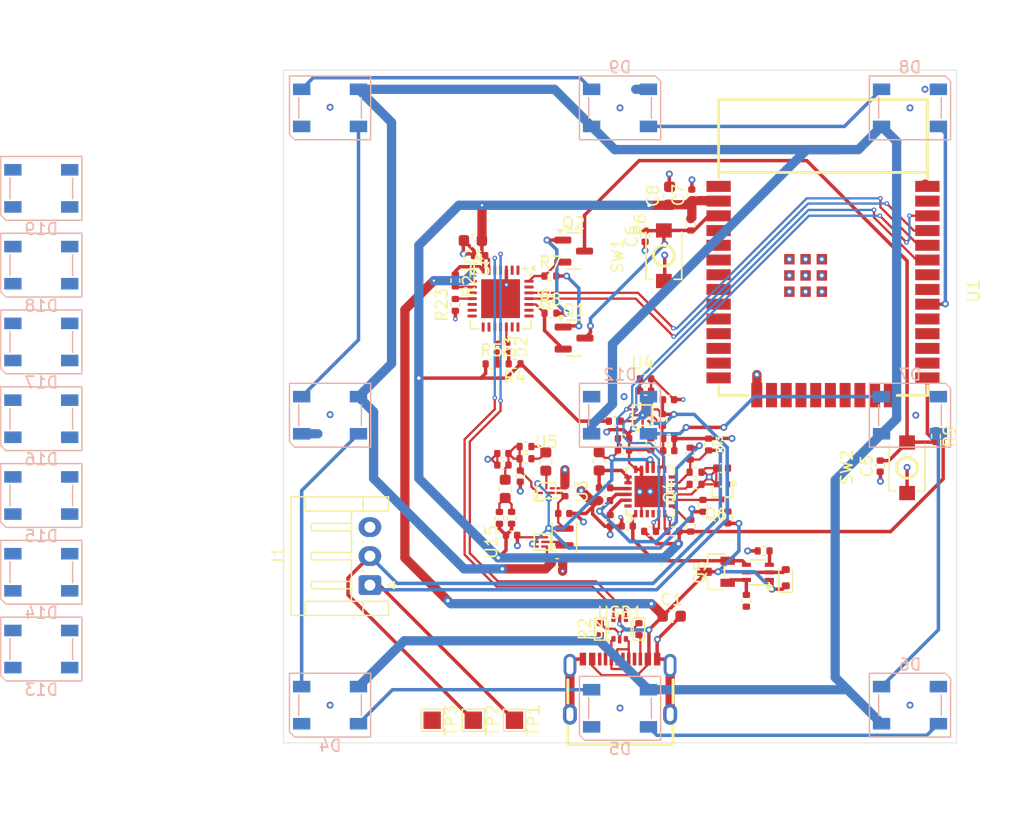
<source format=kicad_pcb>
(kicad_pcb (version 20241229) (generator "pcbnew") (generator_version "9.0")
  (layers (0 "F.Cu" signal) (2 "B.Cu" signal) (13 "F.Paste" user) (15 "B.Paste" user) (5 "F.SilkS" user "F.Silkscreen") (7 "B.SilkS" user "B.Silkscreen") (1 "F.Mask" user) (3 "B.Mask" user) (25 "Edge.Cuts" user))
  (net 0 "")
  (net 1 "GND")
  (net 2 "VBUS")
  (net 3 "/EN")
  (net 4 "/BOOT")
  (net 5 "SYS")
  (net 6 "+5V")
  (net 7 "Net-(U3-PMID)")
  (net 8 "USB_5V")
  (net 9 "Net-(U3-REGN)")
  (net 10 "Net-(C58-Pad1)")
  (net 11 "Net-(U3-BTST)")
  (net 12 "Net-(U4-SRN)")
  (net 13 "Net-(U4-VDD)")
  (net 14 "+BATT")
  (net 15 "Net-(U5-FB)")
  (net 16 "+3.3V")
  (net 17 "Net-(D1-A)")
  (net 18 "Net-(D2-A)")
  (net 19 "Net-(D2-K)")
  (net 20 "Net-(D3-A)")
  (net 21 "Net-(D3-K)")
  (net 22 "Net-(D4-DOUT)")
  (net 23 "Net-(D11-DOUT)")
  (net 24 "Net-(D5-DOUT)")
  (net 25 "Net-(D6-DOUT)")
  (net 26 "Net-(D12-DIN)")
  (net 27 "Net-(D8-DOUT)")
  (net 28 "Net-(D10-DIN)")
  (net 29 "Net-(D10-DOUT)")
  (net 30 "Net-(D12-DOUT)")
  (net 31 "Net-(J1-Pin_2)")
  (net 32 "Net-(L5-Pad2)")
  (net 33 "Net-(U5-SW)")
  (net 34 "Net-(L6-Pad2)")
  (net 35 "Net-(L9-Pad2)")
  (net 36 "Net-(Q1-B)")
  (net 37 "/~{RTS}")
  (net 38 "Net-(Q2-B)")
  (net 39 "/~{DTR}")
  (net 40 "Net-(Q4-G)")
  (net 41 "Net-(Q4-D)")
  (net 42 "Net-(Q5-C2)")
  (net 43 "Net-(Q5-C1)")
  (net 44 "Net-(USB1-CC2)")
  (net 45 "Net-(USB1-CC1)")
  (net 46 "/~{RST}")
  (net 47 "Net-(U6-~{SUSPEND})")
  (net 48 "/I2C_SCL")
  (net 49 "/I2C_SDA")
  (net 50 "Net-(U3-INT)")
  (net 51 "Net-(U3-LIIM)")
  (net 52 "Net-(U4-GPOUT)")
  (net 53 "Net-(U4-BIN)")
  (net 73 "/TXD")
  (net 75 "/LED")
  (net 79 "/RXD")
  (net 84 "/D-")
  (net 85 "/D+")
  (net 87 "/RESET")
  (net 106 "/DN")
  (net 107 "/DP")
  (net 108 "Net-(D13-DOUT)")
  (net 109 "Net-(D13-DIN)")
  (net 110 "Net-(D14-DIN)")
  (net 111 "Net-(D15-DIN)")
  (net 112 "Net-(D16-DIN)")
  (net 113 "Net-(D18-DIN)")
  (footprint "Package_DFN_QFN:QFN-28-1EP_5x5mm_P0.5mm_EP3.35x3.35mm" (layer "F.Cu") (at 192.8 93 -90)
    (property "Reference" "U6")
    (property "Value" "CP2102N-Axx-xQFN28")
  )
  (footprint "Capacitor_SMD:C_0603_1608Metric" (layer "F.Cu") (at 190.415 87.99 180)
    (property "Reference" "C4")
    (property "Value" "10uF")
  )
  (footprint "Resistor_SMD:R_0402_1005Metric" (layer "F.Cu") (at 194.95 105.75)
    (property "Reference" "R44" (hide yes))
    (property "Value" "1.5")
  )
  (footprint "Connector_JST:JST_EH_S3B-EH_1x03_P2.50mm_Horizontal" (layer "F.Cu") (at 181.5325 117.7 90)
    (property "Reference" "J1")
    (property "Value" "Conn_01x03")
  )
  (footprint "Capacitor_SMD:C_0402_1005Metric" (layer "F.Cu") (at 193.75 113.4)
    (property "Reference" "C71" (hide yes))
    (property "Value" "10uF")
  )
  (footprint "Capacitor_SMD:C_0402_1005Metric" (layer "F.Cu") (at 203.4 105.0625)
    (property "Reference" "C60" (hide yes))
    (property "Value" "10uF")
  )
  (footprint "luma:SW-SMD_L3.9-W3.0-P4.45" (layer "F.Cu") (at 227.85 107.58 90)
    (property "Reference" "SW2")
    (property "Value" "SW_Push")
  )
  (footprint "Resistor_SMD:R_0402_1005Metric" (layer "F.Cu") (at 194.01 98.62 180)
    (property "Reference" "R4")
    (property "Value" "5K")
  )
  (footprint "Inductor_SMD:L_0603_1608Metric" (layer "F.Cu") (at 201.3 107.025 90)
    (property "Reference" "L4" (hide yes))
    (property "Value" "1uH")
  )
  (footprint "luma:SOT-363_L2.0-W1.3-P0.65-LS2.1-BL" (layer "F.Cu") (at 214.99 116.6 90)
    (property "Reference" "Q5")
    (property "Value" "~")
  )
  (footprint "Capacitor_SMD:C_0603_1608Metric" (layer "F.Cu") (at 207.55 120.3775)
    (property "Reference" "C1")
    (property "Value" "100nF")
  )
  (footprint "Capacitor_SMD:C_0402_1005Metric" (layer "F.Cu") (at 194.5 108.3 -90)
    (property "Reference" "C68" (hide yes))
    (property "Value" "2.2uF")
  )
  (footprint "Capacitor_SMD:C_0402_1005Metric" (layer "F.Cu") (at 202.25 112.1425 -90)
    (property "Reference" "C55" (hide yes))
    (property "Value" "10uF")
  )
  (footprint "Package_TO_SOT_SMD:SOT-23" (layer "F.Cu") (at 199.1375 96.4)
    (property "Reference" "Q1")
    (property "Value" "SS8050")
  )
  (footprint "Resistor_SMD:R_0402_1005Metric" (layer "F.Cu") (at 211.9 107.6125)
    (property "Reference" "R36" (hide yes))
    (property "Value" "10K")
  )
  (footprint "Capacitor_SMD:C_0402_1005Metric" (layer "F.Cu") (at 205.26 87.62 90)
    (property "Reference" "C6")
    (property "Value" "0.1uF")
  )
  (footprint "Resistor_SMD:R_0402_1005Metric" (layer "F.Cu") (at 188.9 93.54 90)
    (property "Reference" "R23")
    (property "Value" "10k")
  )
  (footprint "Package_TO_SOT_SMD:SOT-23" (layer "F.Cu") (at 199.1 88.9)
    (property "Reference" "Q2")
    (property "Value" "SS8050")
  )
  (footprint "Resistor_SMD:R_0402_1005Metric" (layer "F.Cu") (at 215.48 114.75 180)
    (property "Reference" "R48" (hide yes))
    (property "Value" "100K")
  )
  (footprint "Inductor_SMD:L_0603_1608Metric" (layer "F.Cu") (at 196.7 107.05 90)
    (property "Reference" "L5" (hide yes))
    (property "Value" "470nH")
  )
  (footprint "luma:SOT-23-3_L2.9-W1.3-P1.90-LS2.4-BR" (layer "F.Cu") (at 211.38 116.55)
    (property "Reference" "Q6")
    (property "Value" "~")
  )
  (footprint "luma:WIFI-SMD_ESP32-WROOM-32E" (layer "F.Cu") (at 220.6 92.32 -90)
    (property "Reference" "U1")
    (property "Value" "ESP32-WROOM-32E(8MB)")
  )
  (footprint "Resistor_SMD:R_0402_1005Metric" (layer "F.Cu") (at 210.25 110.8625 -90)
    (property "Reference" "R34" (hide yes))
    (property "Value" "10K")
  )
  (footprint "PCM_Resistor_SMD_AKL:R_0402_1005Metric" (layer "F.Cu") (at 204.73 121.49 90)
    (property "Reference" "R1" (hide yes))
    (property "Value" "5.1K" (hide yes))
  )
  (footprint "Resistor_SMD:R_0402_1005Metric" (layer "F.Cu") (at 202.65 103.5625 180)
    (property "Reference" "R40" (hide yes))
    (property "Value" "10K")
  )
  (footprint "Capacitor_SMD:C_0402_1005Metric" (layer "F.Cu") (at 203.72 112.6125 180)
    (property "Reference" "C56" (hide yes))
    (property "Value" "1uF")
  )
  (footprint "luma:SOT-523-3_L1.6-W0.8-P1.00-LS1.6-BR" (layer "F.Cu") (at 211.9 109.6625 90)
    (property "Reference" "Q4")
    (property "Value" "~")
  )
  (footprint "Inductor_SMD:L_Murata_DFE201610P" (layer "F.Cu") (at 198.3 113.55 -90)
    (property "Reference" "L9" (hide yes))
    (property "Value" "470nH")
  )
  (footprint "TestPoint:TestPoint_Pad_1.5x1.5mm" (layer "F.Cu") (at 186.9 129.35 -90)
    (property "Reference" "TP3")
    (property "Value" "TestPoint")
  )
  (footprint "Resistor_SMD:R_0402_1005Metric" (layer "F.Cu") (at 209.2 86.61 -90)
    (property "Reference" "R6")
    (property "Value" "10k")
  )
  (footprint "Capacitor_SMD:C_0402_1005Metric" (layer "F.Cu") (at 205.3 100.9625)
    (property "Reference" "C63" (hide yes))
    (property "Value" "2.2uF")
  )
  (footprint "Capacitor_SMD:C_0402_1005Metric" (layer "F.Cu") (at 209.29 84.07 90)
    (property "Reference" "C7")
    (property "Value" "0.1uF")
  )
  (footprint "luma:DSBGA-6_L1.4-W1.1-R3-C2-P0.40-BL" (layer "F.Cu") (at 196.75 109.55)
    (property "Reference" "U5")
    (property "Value" "~")
  )
  (footprint "LED_SMD:LED_0201_0603Metric" (layer "F.Cu") (at 193.45 97.16 -90)
    (property "Reference" "D2")
    (property "Value" "LED")
  )
  (footprint "Resistor_SMD:R_0402_1005Metric" (layer "F.Cu") (at 209.61 109.0125 180)
    (property "Reference" "R37" (hide yes))
    (property "Value" "470")
  )
  (footprint "Resistor_SMD:R_0402_1005Metric" (layer "F.Cu") (at 230.34 104.86 -90)
    (property "Reference" "R9")
    (property "Value" "10k")
  )
  (footprint "Capacitor_SMD:C_0402_1005Metric" (layer "F.Cu") (at 193 106.35 180)
    (property "Reference" "C69" (hide yes))
    (property "Value" "4.7uF")
  )
  (footprint "luma:QFN-24_L4.0-W4.0-P0.50-TL-EP2.7" (layer "F.Cu") (at 205.7 109.6275 90)
    (property "Reference" "U3")
    (property "Value" "~")
  )
  (footprint "Capacitor_SMD:C_0402_1005Metric" (layer "F.Cu") (at 225.53 107.44 90)
    (property "Reference" "C5")
    (property "Value" "0.1uF")
  )
  (footprint "Resistor_SMD:R_0402_1005Metric" (layer "F.Cu") (at 210.74 105.5775 90)
    (property "Reference" "R43")
    (property "Value" "DNP")
  )
  (footprint "TestPoint:TestPoint_Pad_1.5x1.5mm" (layer "F.Cu") (at 190.45 129.35 -90)
    (property "Reference" "TP2")
    (property "Value" "TestPoint")
  )
  (footprint "Capacitor_SMD:C_0402_1005Metric" (layer "F.Cu") (at 203.4 106.0625)
    (property "Reference" "C59" (hide yes))
    (property "Value" "10uF")
  )
  (footprint "luma:DSBGA-9_L1.7-W1.6-R3-C3-P0.50-BL" (layer "F.Cu") (at 205.05 103.05)
    (property "Reference" "U4")
    (property "Value" "~")
  )
  (footprint "Capacitor_SMD:C_0402_1005Metric" (layer "F.Cu") (at 197.675 115.775)
    (property "Reference" "C45" (hide yes))
    (property "Value" "22uF")
  )
  (footprint "Capacitor_SMD:C_0402_1005Metric" (layer "F.Cu") (at 207.28 101.7125)
    (property "Reference" "C65" (hide yes))
    (property "Value" "1uF")
  )
  (footprint "Resistor_SMD:R_0402_1005Metric" (layer "F.Cu") (at 209.2 112.5725 -90)
    (property "Reference" "R33" (hide yes))
    (property "Value" "4.7K")
  )
  (footprint "Capacitor_SMD:C_0603_1608Metric" (layer "F.Cu") (at 207.37 84.13 90)
    (property "Reference" "C8")
    (property "Value" "22uF")
  )
  (footprint "Resistor_SMD:R_0402_1005Metric" (layer "F.Cu") (at 206.75 103.4625 -90)
    (property "Reference" "R42" (hide yes))
    (property "Value" "10m")
  )
  (footprint "Resistor_SMD:R_0402_1005Metric" (layer "F.Cu") (at 197.09 91.05)
    (property "Reference" "R7")
    (property "Value" "10k")
  )
  (footprint "luma:SW-SMD_L3.9-W3.0-P4.45" (layer "F.Cu") (at 206.88 89.3 90)
    (property "Reference" "SW1")
    (property "Value" "SW_Push")
  )
  (footprint "Capacitor_SMD:C_0402_1005Metric" (layer "F.Cu") (at 207.3 105.0625)
    (property "Reference" "C62" (hide yes))
    (property "Value" "10uF")
  )
  (footprint "PCM_Resistor_SMD_AKL:R_0402_1005Metric" (layer "F.Cu") (at 201.4 121.49 90)
    (property "Reference" "R2")
    (property "Value" "5.1K" (hide yes))
  )
  (footprint "Inductor_SMD:L_0603_1608Metric" (layer "F.Cu") (at 193.2 109.4 -90)
    (property "Reference" "L6" (hide yes))
    (property "Value" "470nH")
  )
  (footprint "Resistor_SMD:R_0402_1005Metric" (layer "F.Cu") (at 197.1 94.25)
    (property "Reference" "R8")
    (property "Value" "10k")
  )
  (footprint "Resistor_SMD:R_0402_1005Metric" (layer "F.Cu") (at 207.69 113.0625)
    (property "Reference" "R32" (hide yes))
    (property "Value" "1.5K")
  )
  (footprint "Resistor_SMD:R_0402_1005Metric" (layer "F.Cu") (at 192.02 98.63)
    (property "Reference" "R5")
    (property "Value" "5K")
  )
  (footprint "Resistor_SMD:R_0402_1005Metric" (layer "F.Cu") (at 188.9 91.44 -90)
    (property "Reference" "R21")
    (property "Value" "10k")
  )
  (footprint "Capacitor_SMD:C_0402_1005Metric" (layer "F.Cu") (at 201.77 109.3125)
    (property "Reference" "C58" (hide yes))
    (property "Value" "47nF")
  )
  (footprint "Package_TO_SOT_SMD:SOT-666" (layer "F.Cu") (at 203.07 121.4875 90)
    (property "Reference" "U2")
    (property "Value" "USBLC6-2SC6")
  )
  (footprint "Capacitor_SMD:C_0402_1005Metric" (layer "F.Cu") (at 205.3 99.9125)
    (property "Reference" "C64" (hide yes))
    (property "Value" "470nF")
  )
  (footprint "Resistor_SMD:R_0402_1005Metric" (layer "F.Cu") (at 192.7 111.9 90)
    (property "Reference" "R46" (hide yes))
    (property "Value" "3.3")
  )
  (footprint "Capacitor_SMD:C_0402_1005Metric" (layer "F.Cu") (at 207.3 106.1125)
    (property "Reference" "C61" (hide yes))
    (property "Value" "10uF")
  )
  (footprint "luma:USB-C-SMD_TYPE-C-6PIN-2MD-073" (layer "F.Cu") (at 203.1 126.46)
    (property "Reference" "USB1")
    (property "Value" "TYPE-C 16PIN 2MD(073)")
  )
  (footprint "Resistor_SMD:R_0402_1005Metric" (layer "F.Cu") (at 205.75 105.5525 90)
    (property "Reference" "R41" (hide yes))
    (property "Value" "10K")
  )
  (footprint "Resistor_SMD:R_0402_1005Metric" (layer "F.Cu") (at 213.99 119.05 -90)
    (property "Reference" "R49" (hide yes))
    (property "Value" "100K")
  )
  (footprint "Diode_SMD:D_SOD-523" (layer "F.Cu") (at 217.39 117.06 90)
    (property "Reference" "D1" (hide yes))
    (property "Value" "1N4148WT")
  )
  (footprint "Resistor_SMD:R_0402_1005Metric" (layer "F.Cu") (at 212.4 111.8675 -90)
    (property "Reference" "R35" (hide yes))
    (property "Value" "100")
  )
  (footprint "TestPoint:TestPoint_Pad_1.5x1.5mm" (layer "F.Cu") (at 194 129.35 -90)
    (property "Reference" "TP1")
    (property "Value" "TestPoint")
  )
  (footprint "Capacitor_SMD:C_0402_1005Metric" (layer "F.Cu") (at 190.99 89.29 180)
    (property "Reference" "C3")
    (property "Value" "0.1uF")
  )
  (footprint "Resistor_SMD:R_0402_1005Metric" (layer "F.Cu") (at 194.95 106.8)
    (property "Reference" "R45" (hide yes))
    (property "Value" "1.5")
  )
  (footprint "LED_SMD:LED_0201_0603Metric" (layer "F.Cu") (at 192.59 97.16 -90)
    (property "Reference" "D3")
    (property "Value" "LED")
  )
  (footprint "Resistor_SMD:R_0402_1005Metric" (layer "F.Cu") (at 209.15 106.3625 -90)
    (property "Reference" "R39" (hide yes))
    (property "Value" "5.23K")
  )
  (footprint "Resistor_SMD:R_0402_1005Metric" (layer "F.Cu") (at 193.75 111.9 90)
    (property "Reference" "R47" (hide yes))
    (property "Value" "3.3")
  )
  (footprint "Capacitor_SMD:C_0402_1005Metric" (layer "F.Cu") (at 198.25 111.525)
    (property "Reference" "C44" (hide yes))
    (property "Value" "10uF")
  )
  (footprint "Capacitor_SMD:C_0402_1005Metric" (layer "F.Cu") (at 193 107.35 180)
    (property "Reference" "C70" (hide yes))
    (property "Value" "10uF")
  )
  (footprint "Resistor_SMD:R_0402_1005Metric" (layer "F.Cu") (at 205.69 113.0625 180)
    (property "Reference" "R31" (hide yes))
    (property "Value" "1.5K")
  )
  (footprint "Resistor_SMD:R_0402_1005Metric" (layer "F.Cu") (at 209.61 107.9625 180)
    (property "Reference" "R38" (hide yes))
    (property "Value" "30.1K")
  )
  (footprint "luma:WLCSP-9_L1.2-W1.2-R3-C3-P0.40-BL" (layer "F.Cu") (at 196.4 113.975 90)
    (property "Reference" "U15")
    (property "Value" "FAN48610BUC50X")
  )
  (footprint "Capacitor_SMD:C_0402_1005Metric" (layer "F.Cu") (at 201.75 110.4125 180)
    (property "Reference" "C57" (hide yes))
    (property "Value" "4.7uF")
  )
  (footprint "Capacitor_SMD:C_0402_1005Metric" (layer "F.Cu") (at 198.35 109.55 90)
    (property "Reference" "C67" (hide yes))
    (property "Value" "2.2uF")
  )
  (footprint "LED_SMD:LED_SK6812_PLCC4_5.0x5.0mm_P3.2mm" (layer "B.Cu") (at 228.1 103.05 180)
    (property "Reference" "D7")
    (property "Value" "SK6812")
  )
  (footprint "LED_SMD:LED_SK6812_PLCC4_5.0x5.0mm_P3.2mm" (layer "B.Cu") (at 228.1 128.05 180)
    (property "Reference" "D6")
    (property "Value" "SK6812")
  )
  (footprint "LED_SMD:LED_SK6812_PLCC4_5.0x5.0mm_P3.2mm" (layer "B.Cu") (at 178.1 103.05)
    (property "Reference" "D11" (hide yes))
    (property "Value" "SK6812")
  )
  (footprint "LED_SMD:LED_SK6812_PLCC4_5.0x5.0mm_P3.2mm" (layer "B.Cu") (at 153.2 116.59175)
    (property "Reference" "D14")
    (property "Value" "SK6812")
  )
  (footprint "LED_SMD:LED_SK6812_PLCC4_5.0x5.0mm_P3.2mm" (layer "B.Cu") (at 153.2 103.35175)
    (property "Reference" "D16")
    (property "Value" "SK6812")
  )
  (footprint "LED_SMD:LED_SK6812_PLCC4_5.0x5.0mm_P3.2mm" (layer "B.Cu") (at 153.2 123.21175)
    (property "Reference" "D13")
    (property "Value" "SK6812")
  )
  (footprint "LED_SMD:LED_SK6812_PLCC4_5.0x5.0mm_P3.2mm" (layer "B.Cu") (at 178.1 76.55)
    (property "Reference" "D10" (hide yes))
    (property "Value" "SK6812")
  )
  (footprint "LED_SMD:LED_SK6812_PLCC4_5.0x5.0mm_P3.2mm" (layer "B.Cu") (at 153.2 96.73175)
    (property "Reference" "D17")
    (property "Value" "SK6812")
  )
  (footprint "LED_SMD:LED_SK6812_PLCC4_5.0x5.0mm_P3.2mm" (layer "B.Cu") (at 203.1 76.55 180)
    (property "Reference" "D9")
    (property "Value" "SK6812")
  )
  (footprint "LED_SMD:LED_SK6812_PLCC4_5.0x5.0mm_P3.2mm" (layer "B.Cu") (at 203.1 103.05 180)
    (property "Reference" "D12")
    (property "Value" "SK6812")
  )
  (footprint "LED_SMD:LED_SK6812_PLCC4_5.0x5.0mm_P3.2mm" (layer "B.Cu") (at 178.1 128.05)
    (property "Reference" "D4")
    (property "Value" "SK6812")
  )
  (footprint "LED_SMD:LED_SK6812_PLCC4_5.0x5.0mm_P3.2mm" (layer "B.Cu") (at 153.2 90.11175)
    (property "Reference" "D18")
    (property "Value" "SK6812")
  )
  (footprint "LED_SMD:LED_SK6812_PLCC4_5.0x5.0mm_P3.2mm" (layer "B.Cu") (at 153.2 109.97175)
    (property "Reference" "D15")
    (property "Value" "SK6812")
  )
  (footprint "LED_SMD:LED_SK6812_PLCC4_5.0x5.0mm_P3.2mm" (layer "B.Cu") (at 153.2 83.49175)
    (property "Reference" "D19")
    (property "Value" "SK6812")
  )
  (footprint "LED_SMD:LED_SK6812_PLCC4_5.0x5.0mm_P3.2mm" (layer "B.Cu") (at 228.1 76.55 180)
    (property "Reference" "D8")
    (property "Value" "SK6812")
  )
  (footprint "LED_SMD:LED_SK6812_PLCC4_5.0x5.0mm_P3.2mm" (layer "B.Cu") (at 203.1 128.32)
    (property "Reference" "D5")
    (property "Value" "SK6812")
  )
  (gr_rect (start 174.1 73.3) (end 232.1 131.3) (stroke (width 0.05)) (fill no) (layer "Edge.Cuts"))
  (segment (start 204.95 110.3775) (end 205.7 109.6275) (width 0.2) (layer "F.Cu") (net 1))
  (segment (start 201.88 121.46) (end 201.4 120.98) (width 0.2) (layer "F.Cu") (net 1))
  (segment (start 202.64 121.46) (end 201.88 121.46) (width 0.2) (layer "F.Cu") (net 1))
  (segment (start 190.51 89.29) (end 190.51 88.86) (width 0.3) (layer "F.Cu") (net 1))
  (segment (start 202.26 112.6125) (end 202.25 112.6225) (width 0.3) (layer "F.Cu") (net 1))
  (segment (start 210.7575 105.05) (end 210.74 105.0675) (width 0.3) (layer "F.Cu") (net 1))
  (segment (start 207.78 105.0625) (end 207.78 106.1125) (width 0.3) (layer "F.Cu") (net 1))
  (segment (start 199.33 124.08) (end 198.78 124.63) (width 0.3) (layer "F.Cu") (net 1))
  (segment (start 189.59 88.04) (end 189.64 87.99) (width 0.3) (layer "F.Cu") (net 1))
  (segment (start 212.75 105.05) (end 210.7575 105.05) (width 0.3) (layer "F.Cu") (net 1))
  (segment (start 204.95 111.5375) (end 204.95 110.3775) (width 0.2) (layer "F.Cu") (net 1))
  (segment (start 198.73 111.525) (end 199.225 111.525) (width 0.3) (layer "F.Cu") (net 1))
  (segment (start 211.62 83.3) (end 211.6 83.32) (width 0.8) (layer "F.Cu") (net 1))
  (segment (start 193.3 91.8) (end 193.3 92.5) (width 0.3) (layer "F.Cu") (net 1))
  (segment (start 210.47 107.6125) (end 210.12 107.9625) (width 0.2) (layer "F.Cu") (net 1))
  (segment (start 211.4 109.0125) (end 211.4 107.6225) (width 0.2) (layer "F.Cu") (net 1))
  (segment (start 203.07 121.89) (end 202.64 121.46) (width 0.2) (layer "F.Cu") (net 1))
  (segment (start 198.15 116.5) (end 198.15 115.78) (width 0.8) (layer "F.Cu") (net 1))
  (segment (start 206.3 124.08) (end 206.3 122.4025) (width 0.3) (layer "F.Cu") (net 1))
  (segment (start 201.785057 112.6225) (end 200.739 111.576443) (width 0.3) (layer "F.Cu") (net 1))
  (segment (start 192.52 106.35) (end 192.02 106.85) (width 0.2) (layer "F.Cu") (net 1))
  (segment (start 198.15 115.78) (end 198.155 115.775) (width 0.8) (layer "F.Cu") (net 1))
  (segment (start 207.42 124.63) (end 207.42 128.84) (width 0.8) (layer "F.Cu") (net 1))
  (segment (start 207.35 83.335) (end 207.37 83.355) (width 0.3) (layer "F.Cu") (net 1))
  (segment (start 198.78 124.63) (end 198.78 128.84) (width 0.8) (layer "F.Cu") (net 1))
  (segment (start 203.88 106.0625) (end 203.88 107.1475) (width 0.2) (layer "F.Cu") (net 1))
  (segment (start 193.3 92.5) (end 192.8 93) (width 0.3) (layer "F.Cu") (net 1))
  (segment (start 204.95 107.7175) (end 204.95 108.8775) (width 0.3) (layer "F.Cu") (net 1))
  (segment (start 206.87 124.08) (end 207.42 124.63) (width 0.3) (layer "F.Cu") (net 1))
  (segment (start 200.1575 111.525) (end 201.27 110.4125) (width 0.3) (layer "F.Cu") (net 1))
  (segment (start 206.3 124.08) (end 206.87 124.08) (width 0.3) (layer "F.Cu") (net 1))
  (segment (start 200.739 110.9435) (end 201.27 110.4125) (width 0.3) (layer "F.Cu") (net 1))
  (segment (start 210.79 108.3775) (end 211.39 107.7775) (width 0.2) (layer "F.Cu") (net 1))
  (segment (start 207.35 82.25) (end 207.35 83.335) (width 0.3) (layer "F.Cu") (net 1))
  (segment (start 207.61 109.8775) (end 209.255 109.8775) (width 0.2) (layer "F.Cu") (net 1))
  (segment (start 188.9 94.05) (end 188.9 94.75) (width 0.3) (layer "F.Cu") (net 1))
  (segment (start 225.55 107.94) (end 225.53 107.92) (width 0.3) (layer "F.Cu") (net 1))
  (segment (start 194.25 114.3) (end 194.25 113.42) (width 0.3) (layer "F.Cu") (net 1))
  (segment (start 202.15 104.3) (end 203.4 104.3) (width 0.3) (layer "F.Cu") (net 1))
  (segment (start 203.07 121.89) (end 203.5 121.46) (width 0.2) (layer "F.Cu") (net 1))
  (segment (start 210.79 108.3775) (end 210.755 108.3775) (width 0.2) (layer "F.Cu") (net 1))
  (segment (start 211.39 107.6125) (end 210.47 107.6125) (width 0.2) (layer "F.Cu") (net 1))
  (segment (start 203.24 111.94) (end 203.24 112.6125) (width 0.3) (layer "F.Cu") (net 1))
  (segment (start 210.74 105.0675) (end 207.785 105.0675) (width 0.3) (layer "F.Cu") (net 1))
  (segment (start 210.375 107.9625) (end 210.12 107.9625) (width 0.2) (layer "F.Cu") (net 1))
  (segment (start 206.95 91.41) (end 206.88 91.48) (width 0.3) (layer "F.Cu") (net 1))
  (segment (start 225.55 108.75) (end 225.55 107.94) (width 0.3) (layer "F.Cu") (net 1))
  (segment (start 205.78 99.9125) (end 205.96 99.9125) (width 0.2) (layer "F.Cu") (net 1))
  (segment (start 210.79 108.3775) (end 211.4 108.9875) (width 0.2) (layer "F.Cu") (net 1))
  (segment (start 203.4 104.3) (end 203.88 104.78) (width 0.3) (layer "F.Cu") (net 1))
  (segment (start 214.9 99.55) (end 214.9 101.31) (width 0.8) (layer "F.Cu") (net 1))
  (segment (start 199.9 124.08) (end 199.33 124.08) (width 0.3) (layer "F.Cu") (net 1))
  (segment (start 204.95 108.8775) (end 205.7 109.6275) (width 0.3) (layer "F.Cu") (net 1))
  (segment (start 207.7725 101.7) (end 207.76 101.7125) (width 0.3) (layer "F.Cu") (net 1))
  (segment (start 209.255 109.8775) (end 210.12 109.0125) (width 0.2) (layer "F.Cu") (net 1))
  (segment (start 203.88 104.78) (end 203.88 105.0625) (width 0.3) (layer "F.Cu") (net 1))
  (segment (start 205.75 106.0625) (end 203.88 106.0625) (width 0.2) (layer "F.Cu") (net 1))
  (segment (start 196 113.575) (end 196.8 113.575) (width 0.2) (layer "F.Cu") (net 1))
  (segment (start 199.225 111.525) (end 199.95 112.25) (width 0.3) (layer "F.Cu") (net 1))
  (segment (start 211.4 108.9875) (end 211.4 109.0125) (width 0.2) (layer "F.Cu") (net 1))
  (segment (start 206.32625 122.37625) (end 208.325 120.3775) (width 0.3) (layer "F.Cu") (net 1))
  (segment (start 210.755 108.3775) (end 210.12 109.0125) (width 0.2) (layer "F.Cu") (net 1))
  (segment (start 205.96 99.9125) (end 207.76 101.7125) (width 0.2) (layer "F.Cu") (net 1))
  (segment (start 205.26 88.84) (end 205.25 88.85) (width 0.3) (layer "F.Cu") (net 1))
  (segment (start 207.785 105.0675) (end 207.78 105.0625) (width 0.3) (layer "F.Cu") (net 1))
  (segment (start 192.52 106.35) (end 192.52 107.35) (width 0.2) (layer "F.Cu") (net 1))
  (segment (start 196 113.575) (end 194.405 113.575) (width 0.2) (layer "F.Cu") (net 1))
  (segment (start 209.3 82.75) (end 209.3 83.58) (width 0.3) (layer "F.Cu") (net 1))
  (segment (start 198.35 107.75) (end 198.35 109.07) (width 0.8) (layer "F.Cu") (net 1))
  (segment (start 202.25 112.6225) (end 201.785057 112.6225) (width 0.3) (layer "F.Cu") (net 1))
  (segment (start 193.3 90.55) (end 193.3 91.8) (width 0.3) (layer "F.Cu") (net 1))
  (segment (start 203.88 107.1475) (end 204.45 107.7175) (width 0.2) (layer "F.Cu") (net 1))
  (segment (start 229.4 83.12) (end 229.6 83.32) (width 0.8) (layer "F.Cu") (net 1))
  (segment (start 198.07 109.35) (end 198.35 109.07) (width 0.2) (layer "F.Cu") (net 1))
  (segment (start 206.95 89.25) (end 206.95 91.41) (width 0.3) (layer "F.Cu") (net 1))
  (segment (start 194.25 113.42) (end 194.23 113.4) (width 0.3) (layer "F.Cu") (net 1))
  (segment (start 194.5 109.6) (end 194.5 108.78) (width 0.3) (layer "F.Cu") (net 1))
  (segment (start 210.79 108.3775) (end 210.375 107.9625) (width 0.2) (layer "F.Cu") (net 1))
  (segment (start 211.4 107.6225) (end 211.39 107.6125) (width 0.2) (layer "F.Cu") (net 1))
  (segment (start 203.07 121.89) (end 203.07 122.4125) (width 0.2) (layer "F.Cu") (net 1))
  (segment (start 205.95 109.8775) (end 205.7 109.6275) (width 0.2) (layer "F.Cu") (net 1))
  (segment (start 198.73 111.525) (end 200.1575 111.525) (width 0.3) (layer "F.Cu") (net 1))
  (segment (start 214.9 101.31) (end 214.89 101.32) (width 0.8) (layer "F.Cu") (net 1))
  (segment (start 200.739 111.576443) (end 200.739 110.9435) (width 0.3) (layer "F.Cu") (net 1))
  (segment (start 190.36 89.14) (end 190.51 89.29) (width 0.3) (layer "F.Cu") (net 1))
  (segment (start 205.78 99.9125) (end 205.78 100.9625) (width 0.2) (layer "F.Cu") (net 1))
  (segment (start 204.25 104.2) (end 203.88 104.57) (width 0.3) (layer "F.Cu") (net 1))
  (segment (start 201.263636 110.4125) (end 201.266818 110.409318) (width 0.8) (layer "F.Cu") (net 1))
  (segment (start 214.97 114.75) (end 214.1 114.75) (width 0.3) (layer "F.Cu") (net 1))
  (segment (start 192.02 106.85) (end 191.7 106.85) (width 0.2) (layer "F.Cu") (net 1))
  (segment (start 227.85 107.55) (end 227.85 109.76) (width 0.3) (layer "F.Cu") (net 1))
  (segment (start 190.51 88.86) (end 189.64 87.99) (width 0.3) (layer "F.Cu") (net 1))
  (segment (start 206.3 122.4025) (end 206.32625 122.37625) (width 0.3) (layer "F.Cu") (net 1))
  (segment (start 194.405 113.575) (end 194.23 113.4) (width 0.2) (layer "F.Cu") (net 1))
  (segment (start 203.24 112.6125) (end 202.26 112.6125) (width 0.3) (layer "F.Cu") (net 1))
  (segment (start 207.61 109.8775) (end 205.95 109.8775) (width 0.2) (layer "F.Cu") (net 1))
  (segment (start 205.26 88.1) (end 205.26 88.84) (width 0.3) (layer "F.Cu") (net 1))
  (segment (start 189.59 89.14) (end 189.59 88.04) (width 0.3) (layer "F.Cu") (net 1))
  (segment (start 204.25 121.46) (end 204.73 120.98) (width 0.2) (layer "F.Cu") (net 1))
  (segment (start 209.3 83.58) (end 209.29 83.59) (width 0.3) (layer "F.Cu") (net 1))
  (segment (start 211.39 107.7775) (end 211.39 107.6125) (width 0.2) (layer "F.Cu") (net 1))
  (segment (start 203.88 104.57) (end 203.88 105.0625) (width 0.3) (layer "F.Cu") (net 1))
  (segment (start 210.12 109.0125) (end 211.4 109.0125) (width 0.2) (layer "F.Cu") (net 1))
  (segment (start 208.55 101.7) (end 207.7725 101.7) (width 0.3) (layer "F.Cu") (net 1))
  (segment (start 202.25 112.6225) (end 202.25 113.35) (width 0.3) (layer "F.Cu") (net 1))
  (segment (start 192.02 106.85) (end 192.52 107.35) (width 0.2) (layer "F.Cu") (net 1))
  (segment (start 189.59 89.14) (end 190.36 89.14) (width 0.3) (layer "F.Cu") (net 1))
  (segment (start 200.6125 110.4125) (end 201.263636 110.4125) (width 0.8) (layer "F.Cu") (net 1))
  (segment (start 203.15 111.85) (end 203.24 111.94) (width 0.3) (layer "F.Cu") (net 1))
  (segment (start 199.75 109.55) (end 200.6125 110.4125) (width 0.8) (layer "F.Cu") (net 1))
  (segment (start 203.88 106.0625) (end 203.88 105.0625) (width 0.2) (layer "F.Cu") (net 1))
  (segment (start 197.15 109.35) (end 198.07 109.35) (width 0.2) (layer "F.Cu") (net 1))
  (segment (start 204.95 107.7175) (end 204.45 107.7175) (width 0.3) (layer "F.Cu") (net 1))
  (segment (start 203.5 121.46) (end 204.25 121.46) (width 0.2) (layer "F.Cu") (net 1))
  (segment (start 201.95 104.5) (end 202.15 104.3) (width 0.3) (layer "F.Cu") (net 1))
  (via (at 228.6 103.05) (size 0.6) (drill 0.3) (layers "F.Cu" "B.Cu") (net 1))
  (via (at 225.55 108.75) (size 0.6) (drill 0.3) (layers "F.Cu" "B.Cu") (net 1))
  (via (at 217.7 91) (size 0.6) (drill 0.3) (layers "F.Cu" "B.Cu") (net 1))
  (via (at 189.59 89.14) (size 0.6) (drill 0.3) (layers "F.Cu" "B.Cu") (net 1))
  (via (at 201.95 104.5) (size 0.6) (drill 0.3) (layers "F.Cu" "B.Cu") (net 1))
  (via (at 228.1 128.05) (size 0.6) (drill 0.3) (layers "F.Cu" "B.Cu") (net 1))
  (via (at 203.15 111.85) (size 0.4) (drill 0.2) (layers "F.Cu" "B.Cu") (net 1))
  (via (at 217.7 92.4) (size 0.6) (drill 0.3) (layers "F.Cu" "B.Cu") (net 1))
  (via (at 203.1 76.55) (size 0.6) (drill 0.3) (layers "F.Cu" "B.Cu") (net 1))
  (via (at 194.5 109.6) (size 0.6) (drill 0.3) (layers "F.Cu" "B.Cu") (net 1))
  (via (at 217.7 89.6) (size 0.6) (drill 0.3) (layers "F.Cu" "B.Cu") (net 1))
  (via (at 178.1 128.05) (size 0.6) (drill 0.3) (layers "F.Cu" "B.Cu") (net 1))
  (via (at 205.7 109.6275) (size 0.6) (drill 0.3) (layers "F.Cu" "B.Cu") (net 1))
  (via (at 204.25 104.2) (size 0.6) (drill 0.3) (layers "F.Cu" "B.Cu") (net 1))
  (via (at 214.1 114.75) (size 0.6) (drill 0.3) (layers "F.Cu" "B.Cu") (net 1))
  (via (at 208.55 101.7) (size 0.4) (drill 0.2) (layers "F.Cu" "B.Cu") (net 1))
  (via (at 206.32625 122.37625) (size 0.6) (drill 0.3) (layers "F.Cu" "B.Cu") (net 1))
  (via (at 205.25 88.85) (size 0.6) (drill 0.3) (layers "F.Cu" "B.Cu") (net 1))
  (via (at 203.07 121.89) (size 0.4) (drill 0.2) (layers "F.Cu" "B.Cu") (net 1))
  (via (at 219.1 92.4) (size 0.6) (drill 0.3) (layers "F.Cu" "B.Cu") (net 1))
  (via (at 198.35 107.75) (size 0.6) (drill 0.3) (layers "F.Cu" "B.Cu") (net 1))
  (via (at 210.79 108.3775) (size 0.6) (drill 0.3) (layers "F.Cu" "B.Cu") (net 1))
  (via (at 178.1 76.5) (size 0.6) (drill 0.3) (layers "F.Cu" "B.Cu") (net 1))
  (via (at 212.75 105.05) (size 0.6) (drill 0.3) (layers "F.Cu" "B.Cu") (net 1))
  (via (at 193.3 91.8) (size 0.4) (drill 0.2) (layers "F.Cu" "B.Cu") (net 1))
  (via (at 205.05 103.05) (size 0.4) (drill 0.2) (layers "F.Cu" "B.Cu") (net 1))
  (via (at 194.25 114.3) (size 0.6) (drill 0.3) (layers "F.Cu" "B.Cu") (net 1))
  (via (at 198.15 116.5) (size 0.4) (drill 0.2) (layers "F.Cu" "B.Cu") (net 1))
  (via (at 220.5 91) (size 0.6) (drill 0.3) (layers "F.Cu" "B.Cu") (net 1))
  (via (at 220.5 89.6) (size 0.6) (drill 0.3) (layers "F.Cu" "B.Cu") (net 1))
  (via (at 209.3 82.75) (size 0.6) (drill 0.3) (layers "F.Cu" "B.Cu") (net 1))
  (via (at 229.4 74.95) (size 0.6) (drill 0.3) (layers "F.Cu" "B.Cu") (net 1))
  (via (at 206.95 89.25) (size 0.6) (drill 0.3) (layers "F.Cu" "B.Cu") (net 1))
  (via (at 203.1 128.3) (size 0.6) (drill 0.3) (layers "F.Cu" "B.Cu") (net 1))
  (via (at 219.1 91) (size 0.6) (drill 0.3) (layers "F.Cu" "B.Cu") (net 1))
  (via (at 219.1 89.6) (size 0.6) (drill 0.3) (layers "F.Cu" "B.Cu") (net 1))
  (via (at 199.95 112.25) (size 0.6) (drill 0.3) (layers "F.Cu" "B.Cu") (net 1))
  (via (at 220.5 92.4) (size 0.6) (drill 0.3) (layers "F.Cu" "B.Cu") (net 1))
  (via (at 199.75 109.55) (size 0.6) (drill 0.3) (layers "F.Cu" "B.Cu") (net 1))
  (via (at 178.1 103) (size 0.6) (drill 0.3) (layers "F.Cu" "B.Cu") (net 1))
  (via (at 227.85 107.55) (size 0.6) (drill 0.3) (layers "F.Cu" "B.Cu") (net 1))
  (via (at 204.8 109.65) (size 0.6) (drill 0.3) (layers "F.Cu" "B.Cu") (net 1))
  (via (at 214.9 99.55) (size 0.6) (drill 0.3) (layers "F.Cu" "B.Cu") (net 1))
  (via (at 207.35 82.25) (size 0.6) (drill 0.3) (layers "F.Cu" "B.Cu") (net 1))
  (via (at 188.9 94.75) (size 0.4) (drill 0.2) (layers "F.Cu" "B.Cu") (net 1))
  (via (at 203.45 101.45) (size 0.6) (drill 0.3) (layers "F.Cu" "B.Cu") (net 1))
  (via (at 202.25 113.35) (size 0.6) (drill 0.3) (layers "F.Cu" "B.Cu") (net 1))
  (via (at 228.1 76.55) (size 0.6) (drill 0.3) (layers "F.Cu" "B.Cu") (net 1))
  (via (at 191.7 106.85) (size 0.6) (drill 0.3) (layers "F.Cu" "B.Cu") (net 1))
  (segment (start 204.25 103.85) (end 205.05 103.05) (width 0.3) (layer "B.Cu") (net 1))
  (segment (start 204.25 104.2) (end 204.25 103.85) (width 0.3) (layer "B.Cu") (net 1))
  (segment (start 205.55 102.55) (end 205.55 101.45) (width 0.8) (layer "B.Cu") (net 1))
  (segment (start 204.45 74.95) (end 205.55 74.95) (width 0.8) (layer "B.Cu") (net 1))
  (segment (start 205.05 103.05) (end 205.55 102.55) (width 0.8) (layer "B.Cu") (net 1))
  (segment (start 177.05 104.65) (end 175.65 104.65) (width 0.8) (layer "B.Cu") (net 1))
  (segment (start 216.2 117.47) (end 215.98 117.25) (width 0.3) (layer "F.Cu") (net 2))
  (segment (start 210.38 116.55) (end 210.38 116.7725) (width 0.3) (layer "F.Cu") (net 2))
  (segment (start 210.38 116.7725) (end 206.775 120.3775) (width 0.3) (layer "F.Cu") (net 2))
  (segment (start 211.55 116.55) (end 210.38 116.55) (width 0.3) (layer "F.Cu") (net 2))
  (segment (start 217.1 118.05) (end 217.39 117.76) (width 0.3) (layer "F.Cu") (net 2))
  (segment (start 190.35 90.85) (end 190.35 91.5) (width 0.3) (layer "F.Cu") (net 2))
  (segment (start 205.59 121.5625) (end 205.59 123.99) (width 0.3) (layer "F.Cu") (net 2))
  (segment (start 184.55 115.35) (end 184.55 93.95) (width 0.8) (layer "F.Cu") (net 2))
  (segment (start 203.06 121.05) (end 203.07 121.04) (width 0.2) (layer "F.Cu") (net 2))
  (segment (start 200.7 124.08) (end 200.7 124.658636) (width 0.2) (layer "F.Cu") (net 2))
  (segment (start 205.8 119.3) (end 206.8 120.3) (width 0.8) (layer "F.Cu") (net 2))
  (segment (start 205.5 124.56) (end 205.5 124.08) (width 0.2) (layer "F.Cu") (net 2))
  (segment (start 216.2 118.05) (end 217.1 118.05) (width 0.3) (layer "F.Cu") (net 2))
  (segment (start 206.775 120.3775) (end 205.59 121.5625) (width 0.3) (layer "F.Cu") (net 2))
  (segment (start 188.25 119.05) (end 184.55 115.35) (width 0.8) (layer "F.Cu") (net 2))
  (segment (start 200.7 124.658636) (end 201.511364 125.47) (width 0.2) (layer "F.Cu") (net 2))
  (segment (start 184.55 93.95) (end 187.05 91.45) (width 0.8) (layer "F.Cu") (net 2))
  (segment (start 204.59 125.47) (end 205.5 124.56) (width 0.2) (layer "F.Cu") (net 2))
  (segment (start 216.2 118.05) (end 216.2 117.47) (width 0.3) (layer "F.Cu") (net 2))
  (segment (start 201.511364 125.47) (end 204.59 125.47) (width 0.2) (layer "F.Cu") (net 2))
  (segment (start 203.07 121.04) (end 203.07 120.5625) (width 0.2) (layer "F.Cu") (net 2))
  (segment (start 213.34 112.3775) (end 212.4 112.3775) (width 0.3) (layer "F.Cu") (net 2))
  (segment (start 205.59 123.99) (end 205.5 124.08) (width 0.3) (layer "F.Cu") (net 2))
  (via (at 190.35 90.85) (size 0.4) (drill 0.2) (layers "F.Cu" "B.Cu") (net 2))
  (via (at 203.06 121.05) (size 0.4) (drill 0.2) (layers "F.Cu" "B.Cu") (net 2))
  (via (at 213.34 112.3775) (size 0.6) (drill 0.3) (layers "F.Cu" "B.Cu") (net 2))
  (via (at 211.55 116.55) (size 0.6) (drill 0.3) (layers "F.Cu" "B.Cu") (net 2))
  (via (at 188.25 119.05) (size 0.6) (drill 0.3) (layers "F.Cu" "B.Cu") (net 2))
  (via (at 205.8 119.3) (size 0.6) (drill 0.3) (layers "F.Cu" "B.Cu") (net 2))
  (via (at 205.59 121.5625) (size 0.6) (drill 0.3) (layers "F.Cu" "B.Cu") (net 2))
  (via (at 216.2 118.05) (size 0.6) (drill 0.3) (layers "F.Cu" "B.Cu") (net 2))
  (via (at 187.05 91.45) (size 0.4) (drill 0.2) (layers "F.Cu" "B.Cu") (net 2))
  (segment (start 205.59 121.5625) (end 203.5725 121.5625) (width 0.3) (layer "B.Cu") (net 2))
  (segment (start 213.34 112.3775) (end 213.35 112.3875) (width 0.3) (layer "B.Cu") (net 2))
  (segment (start 187.05 91.45) (end 189.75 91.45) (width 0.8) (layer "B.Cu") (net 2))
  (segment (start 188.5 119.3) (end 188.25 119.05) (width 0.8) (layer "B.Cu") (net 2))
  (segment (start 214.7 116.55) (end 216.2 118.05) (width 0.3) (layer "B.Cu") (net 2))
  (segment (start 213.35 114.75) (end 211.55 116.55) (width 0.3) (layer "B.Cu") (net 2))
  (segment (start 205.8 119.3) (end 188.5 119.3) (width 0.8) (layer "B.Cu") (net 2))
  (segment (start 211.55 116.55) (end 214.7 116.55) (width 0.3) (layer "B.Cu") (net 2))
  (segment (start 213.35 112.3875) (end 213.35 114.75) (width 0.3) (layer "B.Cu") (net 2))
  (segment (start 189.75 91.45) (end 190.35 90.85) (width 0.8) (layer "B.Cu") (net 2))
  (segment (start 203.5725 121.5625) (end 203.06 121.05) (width 0.3) (layer "B.Cu") (net 2))
  (segment (start 200.55 95.925) (end 200.075 96.4) (width 0.3) (layer "F.Cu") (net 3))
  (segment (start 206.86 87.14) (end 206.88 87.12) (width 0.3) (layer "F.Cu") (net 3))
  (segment (start 209.2 87.12) (end 209.48 87.12) (width 0.3) (layer "F.Cu") (net 3))
  (segment (start 210.74 85.86) (end 211.6 85.86) (width 0.3) (layer "F.Cu") (net 3))
  (segment (start 206.95 88.3) (end 206.88 88.23) (width 0.3) (layer "F.Cu") (net 3))
  (segment (start 200.55 95.35) (end 200.55 95.925) (width 0.3) (layer "F.Cu") (net 3))
  (segment (start 209.48 87.12) (end 210.74 85.86) (width 0.3) (layer "F.Cu") (net 3))
  (segment (start 206.88 87.12) (end 209.2 87.12) (width 0.3) (layer "F.Cu") (net 3))
  (segment (start 206.88 88.23) (end 206.88 87.12) (width 0.3) (layer "F.Cu") (net 3))
  (segment (start 205.26 87.14) (end 206.86 87.14) (width 0.3) (layer "F.Cu") (net 3))
  (via (at 200.55 95.35) (size 0.6) (drill 0.3) (layers "F.Cu" "B.Cu") (net 3))
  (via (at 206.95 88.3) (size 0.6) (drill 0.3) (layers "F.Cu" "B.Cu") (net 3))
  (segment (start 200.55 95.35) (end 200.55 94.7) (width 0.3) (layer "B.Cu") (net 3))
  (segment (start 200.55 94.7) (end 206.95 88.3) (width 0.3) (layer "B.Cu") (net 3))
  (segment (start 227.85 89.75) (end 227.85 105.4) (width 0.3) (layer "F.Cu") (net 4))
  (segment (start 200.0375 88.9) (end 200.0375 85.8125) (width 0.3) (layer "F.Cu") (net 4))
  (segment (start 219.2 81.1) (end 227.85 89.75) (width 0.3) (layer "F.Cu") (net 4))
  (segment (start 230.34 105.37) (end 229.6 104.63) (width 0.3) (layer "F.Cu") (net 4))
  (segment (start 226.29 106.96) (end 227.85 105.4) (width 0.3) (layer "F.Cu") (net 4))
  (segment (start 229.6 104.63) (end 229.6 99.83) (width 0.3) (layer "F.Cu") (net 4))
  (segment (start 227.88 105.37) (end 227.85 105.4) (width 0.3) (layer "F.Cu") (net 4))
  (segment (start 200.0375 85.8125) (end 204.75 81.1) (width 0.3) (layer "F.Cu") (net 4))
  (segment (start 225.53 106.96) (end 226.29 106.96) (width 0.3) (layer "F.Cu") (net 4))
  (segment (start 204.75 81.1) (end 219.2 81.1) (width 0.3) (layer "F.Cu") (net 4))
  (segment (start 230.34 105.37) (end 227.88 105.37) (width 0.3) (layer "F.Cu") (net 4))
  (segment (start 198.07 109.75) (end 198.35 110.03) (width 0.2) (layer "F.Cu") (net 5))
  (segment (start 205.69 106.8775) (end 205.45 107.1175) (width 0.3) (layer "F.Cu") (net 5))
  (segment (start 196.95 112.8) (end 198.275 112.8) (width 0.2) (layer "F.Cu") (net 5))
  (segment (start 201.79 106.7275) (end 201.3 106.2375) (width 0.2) (layer "F.Cu") (net 5))
  (segment (start 197.77 111.525) (end 197.77 112.295) (width 0.2) (layer "F.Cu") (net 5))
  (segment (start 196.95 109.8) (end 197 109.75) (width 0.2) (layer "F.Cu") (net 5))
  (segment (start 196.35 109.3) (end 196.35 109.35) (width 0.2) (layer "F.Cu") (net 5))
  (segment (start 205.69 106.8775) (end 205.95 107.1375) (width 0.3) (layer "F.Cu") (net 5))
  (segment (start 205.45 107.1175) (end 205.45 107.7175) (width 0.3) (layer "F.Cu") (net 5))
  (segment (start 197.77 110.61) (end 198.35 110.03) (width 0.2) (layer "F.Cu") (net 5))
  (segment (start 196 113.975) (end 195.725 113.975) (width 0.2) (layer "F.Cu") (net 5))
  (segment (start 202.92 105.0625) (end 202.92 106.0625) (width 0.2) (layer "F.Cu") (net 5))
  (segment (start 202.92 106.1975) (end 202.39 106.7275) (width 0.2) (layer "F.Cu") (net 5))
  (segment (start 202.39 106.7275) (end 201.79 106.7275) (width 0.2) (layer "F.Cu") (net 5))
  (segment (start 197.15 109.75) (end 198.07 109.75) (width 0.2) (layer "F.Cu") (net 5))
  (segment (start 197.77 112.295) (end 198.3 112.825) (width 0.2) (layer "F.Cu") (net 5))
  (segment (start 196.95 110.2) (end 196.95 109.8) (width 0.2) (layer "F.Cu") (net 5))
  (segment (start 205.95 107.1375) (end 205.95 107.7175) (width 0.3) (layer "F.Cu") (net 5))
  (segment (start 202.92 106.0625) (end 202.92 106.1975) (width 0.2) (layer "F.Cu") (net 5))
  (segment (start 197.77 111.525) (end 197.77 110.61) (width 0.2) (layer "F.Cu") (net 5))
  (segment (start 195.725 113.975) (end 195.55 114.15) (width 0.2) (layer "F.Cu") (net 5))
  (segment (start 195.775 114.375) (end 196 114.375) (width 0.2) (layer "F.Cu") (net 5))
  (segment (start 210.25 111.3725) (end 209.535 111.3725) (width 0.3) (layer "F.Cu") (net 5))
  (segment (start 198.275 112.8) (end 198.3 112.825) (width 0.2) (layer "F.Cu") (net 5))
  (segment (start 195.55 114.15) (end 195.775 114.375) (width 0.2) (layer "F.Cu") (net 5))
  (segment (start 209.535 111.3725) (end 209.29 111.1275) (width 0.3) (layer "F.Cu") (net 5))
  (segment (start 196 108.95) (end 196.35 109.3) (width 0.2) (layer "F.Cu") (net 5))
  (segment (start 196.75 109.75) (end 197.15 109.75) (width 0.2) (layer "F.Cu") (net 5))
  (via (at 205.69 106.8775) (size 0.6) (drill 0.3) (layers "F.Cu" "B.Cu") (net 5))
  (via (at 209.29 111.1275) (size 0.6) (drill 0.3) (layers "F.Cu" "B.Cu") (net 5))
  (via (at 195.55 114.15) (size 0.6) (drill 0.3) (layers "F.Cu" "B.Cu") (net 5))
  (via (at 196 108.95) (size 0.6) (drill 0.3) (layers "F.Cu" "B.Cu") (net 5))
  (via (at 196.95 112.8) (size 0.6) (drill 0.3) (layers "F.Cu" "B.Cu") (net 5))
  (via (at 202.39 106.7275) (size 0.6) (drill 0.3) (layers "F.Cu" "B.Cu") (net 5))
  (via (at 196.95 110.2) (size 0.6) (drill 0.3) (layers "F.Cu" "B.Cu") (net 5))
  (segment (start 202.39 108.6275) (end 202.39 106.7275) (width 0.3) (layer "B.Cu") (net 5))
  (segment (start 196.9 112.8) (end 196.95 112.8) (width 0.2) (layer "B.Cu") (net 5))
  (segment (start 196.95 112.8) (end 196.95 110.2) (width 0.2) (layer "B.Cu") (net 5))
  (segment (start 195.55 114.15) (end 196.9 112.8) (width 0.2) (layer "B.Cu") (net 5))
  (segment (start 196.95 109.9) (end 196.95 110.2) (width 0.2) (layer "B.Cu") (net 5))
  (segment (start 205.69 106.8775) (end 202.54 106.8775) (width 0.3) (layer "B.Cu") (net 5))
  (segment (start 196 108.95) (end 196.95 109.9) (width 0.2) (layer "B.Cu") (net 5))
  (segment (start 198.65 114.5) (end 196.95 112.8) (width 0.3) (layer "B.Cu") (net 5))
  (segment (start 206.55 114.5) (end 198.65 114.5) (width 0.3) (layer "B.Cu") (net 5))
  (segment (start 198.2175 112.8) (end 202.39 108.6275) (width 0.3) (layer "B.Cu") (net 5))
  (segment (start 202.54 106.8775) (end 202.39 106.7275) (width 0.3) (layer "B.Cu") (net 5))
  (segment (start 209.29 111.76) (end 206.55 114.5) (width 0.3) (layer "B.Cu") (net 5))
  (segment (start 196.95 112.8) (end 198.2175 112.8) (width 0.3) (layer "B.Cu") (net 5))
  (segment (start 209.29 111.1275) (end 209.29 111.76) (width 0.3) (layer "B.Cu") (net 5))
  (segment (start 192.95 116.3) (end 196.67 116.3) (width 0.8) (layer "F.Cu") (net 6))
  (segment (start 196.8 115.38) (end 197.195 115.775) (width 0.2) (layer "F.Cu") (net 6))
  (segment (start 196.4 114.375) (end 196.8 114.375) (width 0.2) (layer "F.Cu") (net 6))
  (segment (start 196.67 116.3) (end 197.195 115.775) (width 0.8) (layer "F.Cu") (net 6))
  (segment (start 196.8 114.375) (end 196.8 115.38) (width 0.2) (layer "F.Cu") (net 6))
  (via (at 192.95 116.3) (size 0.6) (drill 0.3) (layers "F.Cu" "B.Cu") (net 6))
  (segment (start 223.65 80.15) (end 222 80.15) (width 0.8) (layer "B.Cu") (net 6))
  (segment (start 184.5 122.5) (end 180.55 126.45) (width 0.8) (layer "B.Cu") (net 6))
  (segment (start 221.65 125.65) (end 222.72 126.72) (width 0.8) (layer "B.Cu") (net 6))
  (segment (start 219.2 80.15) (end 202.45 96.9) (width 0.8) (layer "B.Cu") (net 6))
  (segment (start 226.95 103.35) (end 225.65 104.65) (width 0.8) (layer "B.Cu") (net 6))
  (segment (start 192.95 116.3) (end 189.65 116.3) (width 0.8) (layer "B.Cu") (net 6))
  (segment (start 201.33 122.5) (end 184.5 122.5) (width 0.8) (layer "B.Cu") (net 6))
  (segment (start 183.4 98.6) (end 183.4 77.8) (width 0.8) (layer "B.Cu") (net 6))
  (segment (start 202.65 80.15) (end 200.65 78.15) (width 0.8) (layer "B.Cu") (net 6))
  (segment (start 225.65 129.65) (end 222.72 126.72) (width 0.8) (layer "B.Cu") (net 6))
  (segment (start 225.65 104.65) (end 221.65 108.65) (width 0.8) (layer "B.Cu") (net 6))
  (segment (start 222.72 126.72) (end 205.55 126.72) (width 0.8) (layer "B.Cu") (net 6))
  (segment (start 183.4 77.8) (end 180.55 74.95) (width 0.8) (layer "B.Cu") (net 6))
  (segment (start 222 80.15) (end 219.2 80.15) (width 0.8) (layer "B.Cu") (net 6))
  (segment (start 181.851 108.501) (end 181.851 102.751) (width 0.8) (layer "B.Cu") (net 6))
  (segment (start 205.55 126.72) (end 201.33 122.5) (width 0.8) (layer "B.Cu") (net 6))
  (segment (start 189.65 116.3) (end 181.851 108.501) (width 0.8) (layer "B.Cu") (net 6))
  (segment (start 181.851 102.751) (end 180.55 101.45) (width 0.8) (layer "B.Cu") (net 6))
  (segment (start 202.45 96.9) (end 202.45 102.1) (width 0.8) (layer "B.Cu") (net 6))
  (segment (start 202.45 102.1) (end 200.65 103.9) (width 0.8) (layer "B.Cu") (net 6))
  (segment (start 222 80.15) (end 202.65 80.15) (width 0.8) (layer "B.Cu") (net 6))
  (segment (start 200.65 103.9) (end 200.65 104.65) (width 0.8) (layer "B.Cu") (net 6))
  (segment (start 226.95 79.45) (end 226.95 103.35) (width 0.8) (layer "B.Cu") (net 6))
  (segment (start 225.65 78.15) (end 223.65 80.15) (width 0.8) (layer "B.Cu") (net 6))
  (segment (start 180.55 101.45) (end 183.4 98.6) (width 0.8) (layer "B.Cu") (net 6))
  (segment (start 197.45 74.95) (end 200.65 78.15) (width 0.8) (layer "B.Cu") (net 6))
  (segment (start 180.55 74.95) (end 197.45 74.95) (width 0.8) (layer "B.Cu") (net 6))
  (segment (start 225.65 78.15) (end 226.95 79.45) (width 0.8) (layer "B.Cu") (net 6))
  (segment (start 221.65 108.65) (end 221.65 125.65) (width 0.8) (layer "B.Cu") (net 6))
  (segment (start 202.25 111.33005) (end 202.25 111.6625) (width 0.3) (layer "F.Cu") (net 7))
  (segment (start 203.79 110.3775) (end 203.20255 110.3775) (width 0.3) (layer "F.Cu") (net 7))
  (segment (start 203.20255 110.3775) (end 202.25 111.33005) (width 0.3) (layer "F.Cu") (net 7))
  (segment (start 204.2 112.6125) (end 204.2 111.7875) (width 0.2) (layer "F.Cu") (net 8))
  (segment (start 204.2 111.7875) (end 204.45 111.5375) (width 0.2) (layer "F.Cu") (net 8))
  (segment (start 204.2 113.75) (end 204.2 112.6125) (width 0.3) (layer "F.Cu") (net 8))
  (segment (start 212.38 115.6) (end 206.05 115.6) (width 0.3) (layer "F.Cu") (net 8))
  (segment (start 213.65 115.6) (end 214 115.95) (width 0.3) (layer "F.Cu") (net 8))
  (segment (start 212.38 115.6) (end 213.65 115.6) (width 0.3) (layer "F.Cu") (net 8))
  (segment (start 206.05 115.6) (end 204.2 113.75) (width 0.3) (layer "F.Cu") (net 8))
  (segment (start 201.34 111.3275) (end 202.23 110.4375) (width 0.3) (layer "F.Cu") (net 9))
  (segment (start 202.23 110.4375) (end 202.23 110.4125) (width 0.3) (layer "F.Cu") (net 9))
  (segment (start 203.79 109.8775) (end 202.765 109.8775) (width 0.3) (layer "F.Cu") (net 9))
  (segment (start 202.765 109.8775) (end 202.23 110.4125) (width 0.3) (layer "F.Cu") (net 9))
  (segment (start 209.15 105.8525) (end 209.765 105.8525) (width 0.3) (layer "F.Cu") (net 9))
  (via (at 209.94 105.6775) (size 0.6) (drill 0.3) (layers "F.Cu" "B.Cu") (net 9))
  (via (at 201.34 111.3275) (size 0.6) (drill 0.3) (layers "F.Cu" "B.Cu") (net 9))
  (segment (start 206.25 113.95) (end 203.9625 113.95) (width 0.3) (layer "B.Cu") (net 9))
  (segment (start 201.34 111.3275) (end 202.0675 110.6) (width 0.3) (layer "B.Cu") (net 9))
  (segment (start 207.95 112.25) (end 206.25 113.95) (width 0.3) (layer "B.Cu") (net 9))
  (segment (start 203.9625 113.95) (end 201.34 111.3275) (width 0.3) (layer "B.Cu") (net 9))
  (segment (start 207.95 107.6675) (end 207.95 112.25) (width 0.3) (layer "B.Cu") (net 9))
  (segment (start 209.94 105.6775) (end 207.95 107.6675) (width 0.3) (layer "B.Cu") (net 9))
  (segment (start 201.3 107.8125) (end 201.3 109.3025) (width 0.3) (layer "F.Cu") (net 10))
  (segment (start 201.3 107.8125) (end 203.225 107.8125) (width 0.3) (layer "F.Cu") (net 10))
  (segment (start 203.225 107.8125) (end 203.79 108.3775) (width 0.3) (layer "F.Cu") (net 10))
  (segment (start 201.3 109.3025) (end 201.29 109.3125) (width 0.3) (layer "F.Cu") (net 10))
  (segment (start 203.79 108.8775) (end 203.79 108.3775) (width 0.3) (layer "F.Cu") (net 10))
  (segment (start 202.315 109.3775) (end 202.25 109.3125) (width 0.3) (layer "F.Cu") (net 11))
  (segment (start 203.79 109.3775) (end 202.315 109.3775) (width 0.3) (layer "F.Cu") (net 11))
  (segment (start 206.82 106.1125) (end 206.82 107.3475) (width 0.2) (layer "F.Cu") (net 12))
  (segment (start 206.82 106.1125) (end 206.82 105.0625) (width 0.2) (layer "F.Cu") (net 12))
  (segment (start 206.82 107.3475) (end 206.45 107.7175) (width 0.2) (layer "F.Cu") (net 12))
  (segment (start 206.75 103.9725) (end 206.75 104.9925) (width 0.2) (layer "F.Cu") (net 12))
  (segment (start 206.82 106.1125) (end 206.82 107.5875) (width 0.2) (layer "F.Cu") (net 12))
  (segment (start 205.8275 103.05) (end 205.55 103.05) (width 0.2) (layer "F.Cu") (net 12))
  (segment (start 206.75 104.9925) (end 206.82 105.0625) (width 0.2) (layer "F.Cu") (net 12))
  (segment (start 206.75 103.9725) (end 205.8275 103.05) (width 0.2) (layer "F.Cu") (net 12))
  (segment (start 206.82 107.5875) (end 206.95 107.7175) (width 0.2) (layer "F.Cu") (net 12))
  (segment (start 205.05 101.1925) (end 204.82 100.9625) (width 0.2) (layer "F.Cu") (net 13))
  (segment (start 205.05 102.55) (end 205.05 101.1925) (width 0.2) (layer "F.Cu") (net 13))
  (segment (start 204.82 99.9125) (end 204.82 100.9625) (width 0.2) (layer "F.Cu") (net 13))
  (segment (start 206.775 102.9775) (end 206.75 102.9525) (width 0.3) (layer "F.Cu") (net 14))
  (segment (start 205.55 102.55) (end 206.3475 102.55) (width 0.2) (layer "F.Cu") (net 14))
  (segment (start 206.8 101.7125) (end 206.75 101.7625) (width 0.3) (layer "F.Cu") (net 14))
  (segment (start 182.35 117.7) (end 194 129.35) (width 0.3) (layer "F.Cu") (net 14))
  (segment (start 206.3475 102.55) (end 206.75 102.9525) (width 0.2) (layer "F.Cu") (net 14))
  (segment (start 205.85 103.75) (end 205.75 103.75) (width 0.2) (layer "F.Cu") (net 14))
  (segment (start 205.75 103.75) (end 205.55 103.55) (width 0.2) (layer "F.Cu") (net 14))
  (segment (start 207.74 102.9775) (end 206.775 102.9775) (width 0.3) (layer "F.Cu") (net 14))
  (segment (start 206.75 101.7625) (end 206.75 102.9525) (width 0.3) (layer "F.Cu") (net 14))
  (segment (start 181.5325 117.7) (end 182.35 117.7) (width 0.3) (layer "F.Cu") (net 14))
  (via (at 207.74 102.9775) (size 0.6) (drill 0.3) (layers "F.Cu" "B.Cu") (net 14))
  (via (at 205.85 103.75) (size 0.4) (drill 0.2) (layers "F.Cu" "B.Cu") (net 14))
  (segment (start 209.489943 102.9775) (end 212.341 105.828557) (width 0.3) (layer "B.Cu") (net 14))
  (segment (start 206.9675 103.75) (end 207.74 102.9775) (width 0.3) (layer "B.Cu") (net 14))
  (segment (start 212.341 111.989) (end 212.351 111.999) (width 0.3) (layer "B.Cu") (net 14))
  (segment (start 212.341 105.828557) (end 212.341 111.989) (width 0.3) (layer "B.Cu") (net 14))
  (segment (start 181.9325 118.1) (end 181.5325 117.7) (width 0.3) (layer "B.Cu") (net 14))
  (segment (start 205.85 103.75) (end 206.9675 103.75) (width 0.3) (layer "B.Cu") (net 14))
  (segment (start 207.74 102.9775) (end 209.489943 102.9775) (width 0.3) (layer "B.Cu") (net 14))
  (segment (start 212.351 111.999) (end 206.25 118.1) (width 0.3) (layer "B.Cu") (net 14))
  (segment (start 206.25 118.1) (end 181.9325 118.1) (width 0.3) (layer "B.Cu") (net 14))
  (segment (start 194.5 107.82) (end 194.5 106.86) (width 0.2) (layer "F.Cu") (net 15))
  (segment (start 194.44 106.8) (end 193.93 106.8) (width 0.2) (layer "F.Cu") (net 15))
  (segment (start 195.45 109.2) (end 195.45 108.8) (width 0.2) (layer "F.Cu") (net 15))
  (segment (start 194.44 105.75) (end 194.08 105.75) (width 0.2) (layer "F.Cu") (net 15))
  (segment (start 195.45 108.8) (end 194.5 107.85) (width 0.2) (layer "F.Cu") (net 15))
  (segment (start 193.93 106.8) (end 193.48 106.35) (width 0.2) (layer "F.Cu") (net 15))
  (segment (start 193.2 107.63) (end 193.48 107.35) (width 0.2) (layer "F.Cu") (net 15))
  (segment (start 194.5 107.85) (end 194.5 107.82) (width 0.2) (layer "F.Cu") (net 15))
  (segment (start 194.5 106.86) (end 194.44 106.8) (width 0.2) (layer "F.Cu") (net 15))
  (segment (start 194.08 105.75) (end 193.48 106.35) (width 0.2) (layer "F.Cu") (net 15))
  (segment (start 194.44 105.75) (end 194.44 106.8) (width 0.2) (layer "F.Cu") (net 15))
  (segment (start 196.35 109.75) (end 196 109.75) (width 0.2) (layer "F.Cu") (net 15))
  (segment (start 193.2 108.6125) (end 193.2 107.63) (width 0.2) (layer "F.Cu") (net 15))
  (segment (start 193.48 106.35) (end 193.48 107.35) (width 0.2) (layer "F.Cu") (net 15))
  (segment (start 196 109.75) (end 195.45 109.2) (width 0.2) (layer "F.Cu") (net 15))
  (segment (start 191.19 89.01) (end 191.47 89.29) (width 0.3) (layer "F.Cu") (net 16))
  (segment (start 194.52 98.62) (end 193.29 99.85) (width 0.3) (layer "F.Cu") (net 16))
  (segment (start 207.325 84.95) (end 207.37 84.905) (width 0.8) (layer "F.Cu") (net 16))
  (segment (start 192.7 112.41) (end 192.7 112.83) (width 0.3) (layer "F.Cu") (net 16))
  (segment (start 188.9 90.65) (end 189.3 90.25) (width 0.3) (layer "F.Cu") (net 16))
  (segment (start 199.5125 103.5625) (end 202.14 103.5625) (width 0.3) (layer "F.Cu") (net 16))
  (segment (start 191.2 84.95) (end 191.2 87.98) (width 0.8) (layer "F.Cu") (net 16))
  (segment (start 191.19 87.99) (end 191.19 89.01) (width 0.3) (layer "F.Cu") (net 16))
  (segment (start 230.961 108.546) (end 226.4245 113.0825) (width 0.3) (layer "F.Cu") (net 16))
  (segment (start 207.37 84.905) (end 208.935 84.905) (width 0.8) (layer "F.Cu") (net 16))
  (segment (start 193.27 113.4) (end 193.27 114.68) (width 0.3) (layer "F.Cu") (net 16))
  (segment (start 191.2 87.98) (end 191.19 87.99) (width 0.8) (layer "F.Cu") (net 16))
  (segment (start 208.2 113.0625) (end 208.2 114.0675) (width 0.3) (layer "F.Cu") (net 16))
  (segment (start 189.3 90.25) (end 191 90.25) (width 0.3) (layer "F.Cu") (net 16))
  (segment (start 191.8 90.55) (end 191.8 89.62) (width 0.2) (layer "F.Cu") (net 16))
  (segment (start 191.3 90.55) (end 191.3 89.46) (width 0.2) (layer "F.Cu") (net 16))
  (segment (start 205.6 84.95) (end 207.325 84.95) (width 0.8) (layer "F.Cu") (net 16))
  (segment (start 230.961 104.971) (end 230.961 108.546) (width 0.3) (layer "F.Cu") (net 16))
  (segment (start 205.18 113.0625) (end 206.245 114.1275) (width 0.3) (layer "F.Cu") (net 16))
  (segment (start 191.51 98.63) (end 191.51 99.44) (width 0.3) (layer "F.Cu") (net 16))
  (segment (start 205.18 113.07) (end 205.15 113.1) (width 0.3) (layer "F.Cu") (net 16))
  (segment (start 209.29 84.55) (end 211.56 84.55) (width 0.8) (layer "F.Cu") (net 16))
  (segment (start 211.56 84.55) (end 211.6 84.59) (width 0.8) (layer "F.Cu") (net 16))
  (segment (start 194.57 98.62) (end 199.5125 103.5625) (width 0.3) (layer "F.Cu") (net 16))
  (segment (start 191.51 99.44) (end 191.1 99.85) (width 0.3) (layer "F.Cu") (net 16))
  (segment (start 191 90.25) (end 191.3 90.55) (width 0.3) (layer "F.Cu") (net 16))
  (segment (start 208.22 113.0825) (end 208.2 113.0625) (width 0.3) (layer "F.Cu") (net 16))
  (segment (start 209.29 86.01) (end 209.2 86.1) (width 0.8) (layer "F.Cu") (net 16))
  (segment (start 188.9 90.93) (end 188.9 90.65) (width 0.3) (layer "F.Cu") (net 16))
  (segment (start 226.4245 113.0825) (end 209.2 113.0825) (width 0.3) (layer "F.Cu") (net 16))
  (segment (start 206.245 114.1275) (end 208.14 114.1275) (width 0.3) (layer "F.Cu") (net 16))
  (segment (start 192.7 112.83) (end 193.27 113.4) (width 0.3) (layer "F.Cu") (net 16))
  (segment (start 193.75 112.41) (end 193.75 112.92) (width 0.3) (layer "F.Cu") (net 16))
  (segment (start 194.52 98.62) (end 194.57 98.62) (width 0.3) (layer "F.Cu") (net 16))
  (segment (start 230.34 104.35) (end 230.961 104.971) (width 0.3) (layer "F.Cu") (net 16))
  (segment (start 209.2 113.0825) (end 208.22 113.0825) (width 0.3) (layer "F.Cu") (net 16))
  (segment (start 193.27 114.68) (end 192.6 115.35) (width 0.3) (layer "F.Cu") (net 16))
  (segment (start 191.3 89.46) (end 191.47 89.29) (width 0.2) (layer "F.Cu") (net 16))
  (segment (start 209.29 84.55) (end 209.29 86.01) (width 0.8) (layer "F.Cu") (net 16))
  (segment (start 193.75 112.92) (end 193.27 113.4) (width 0.3) (layer "F.Cu") (net 16))
  (segment (start 191.8 89.62) (end 191.47 89.29) (width 0.2) (layer "F.Cu") (net 16))
  (segment (start 208.935 84.905) (end 209.29 84.55) (width 0.8) (layer "F.Cu") (net 16))
  (segment (start 191.1 99.85) (end 185.75 99.85) (width 0.3) (layer "F.Cu") (net 16))
  (segment (start 193.29 99.85) (end 191.1 99.85) (width 0.3) (layer "F.Cu") (net 16))
  (segment (start 191.415 89.235) (end 191.47 89.29) (width 0.2) (layer "F.Cu") (net 16))
  (via (at 208.14 114.1275) (size 0.6) (drill 0.3) (layers "F.Cu" "B.Cu") (net 16))
  (via (at 205.6 84.95) (size 0.6) (drill 0.3) (layers "F.Cu" "B.Cu") (net 16))
  (via (at 191.2 84.95) (size 0.4) (drill 0.2) (layers "F.Cu" "B.Cu") (net 16))
  (via (at 192.6 115.35) (size 0.6) (drill 0.3) (layers "F.Cu" "B.Cu") (net 16))
  (via (at 185.75 99.85) (size 0.6) (drill 0.3) (layers "F.Cu" "B.Cu") (net 16))
  (segment (start 189.2 84.95) (end 185.75 88.4) (width 0.8) (layer "B.Cu") (net 16))
  (segment (start 191.25 84.95) (end 189.2 84.95) (width 0.8) (layer "B.Cu") (net 16))
  (segment (start 205.6 84.95) (end 191.25 84.95) (width 0.8) (layer "B.Cu") (net 16))
  (segment (start 208.14 114.1275) (end 206.9175 115.35) (width 0.8) (layer "B.Cu") (net 16))
  (segment (start 206.9175 115.35) (end 192.6 115.35) (width 0.8) (layer "B.Cu") (net 16))
  (segment (start 185.75 108.5) (end 185.75 99.85) (width 0.8) (layer "B.Cu") (net 16))
  (segment (start 192.6 115.35) (end 185.75 108.5) (width 0.8) (layer "B.Cu") (net 16))
  (segment (start 185.75 88.4) (end 185.75 99.85) (width 0.8) (layer "B.Cu") (net 16))
  (segment (start 205.6 84.95) (end 205.65 84.95) (width 0.8) (layer "B.Cu") (net 16))
  (segment (start 217.15 116.6) (end 217.39 116.36) (width 0.3) (layer "F.Cu") (net 17))
  (segment (start 215.98 116.6) (end 217.15 116.6) (width 0.3) (layer "F.Cu") (net 17))
  (segment (start 214 116.6) (end 215.98 116.6) (width 0.3) (layer "F.Cu") (net 17))
  (segment (start 193.5 98.62) (end 193.5 97.53) (width 0.3) (layer "F.Cu") (net 18))
  (segment (start 193.5 97.53) (end 193.45 97.48) (width 0.3) (layer "F.Cu") (net 18))
  (segment (start 193.3 96.69) (end 193.45 96.84) (width 0.2) (layer "F.Cu") (net 19))
  (segment (start 193.3 95.45) (end 193.3 96.69) (width 0.2) (layer "F.Cu") (net 19))
  (segment (start 192.53 98.63) (end 192.53 97.54) (width 0.3) (layer "F.Cu") (net 20))
  (segment (start 192.53 97.54) (end 192.59 97.48) (width 0.3) (layer "F.Cu") (net 20))
  (segment (start 192.8 95.45) (end 192.8 96.63) (width 0.2) (layer "F.Cu") (net 21))
  (segment (start 192.8 96.63) (end 192.59 96.84) (width 0.2) (layer "F.Cu") (net 21))
  (segment (start 200.65 126.72) (end 183.48 126.72) (width 0.3) (layer "B.Cu") (net 22))
  (segment (start 183.48 126.72) (end 180.55 129.65) (width 0.3) (layer "B.Cu") (net 22))
  (segment (start 175.65 126.45) (end 175.65 109.55) (width 0.3) (layer "B.Cu") (net 23))
  (segment (start 175.65 109.55) (end 180.55 104.65) (width 0.3) (layer "B.Cu") (net 23))
  (segment (start 206.279 130.649) (end 205.55 129.92) (width 0.3) (layer "B.Cu") (net 24))
  (segment (start 229.551 130.649) (end 206.279 130.649) (width 0.3) (layer "B.Cu") (net 24))
  (segment (start 230.55 129.65) (end 229.551 130.649) (width 0.3) (layer "B.Cu") (net 24))
  (segment (start 230.55 104.65) (end 230.55 121.55) (width 0.3) (layer "B.Cu") (net 25))
  (segment (start 230.55 121.55) (end 225.65 126.45) (width 0.3) (layer "B.Cu") (net 25))
  (segment (start 212.05 104.1) (end 208.8 104.1) (width 0.3) (layer "F.Cu") (net 26))
  (via (at 208.8 104.1) (size 0.6) (drill 0.3) (layers "F.Cu" "B.Cu") (net 26))
  (via (at 212.05 104.1) (size 0.6) (drill 0.3) (layers "F.Cu" "B.Cu") (net 26))
  (segment (start 205.55 104.65) (end 208.25 104.65) (width 0.3) (layer "B.Cu") (net 26))
  (segment (start 212.05 104.1) (end 214.7 101.45) (width 0.3) (layer "B.Cu") (net 26))
  (segment (start 214.7 101.45) (end 225.65 101.45) (width 0.3) (layer "B.Cu") (net 26))
  (segment (start 208.25 104.65) (end 208.8 104.1) (width 0.3) (layer "B.Cu") (net 26))
  (segment (start 222.45 78.15) (end 225.65 74.95) (width 0.3) (layer "B.Cu") (net 27))
  (segment (start 205.55 78.15) (end 222.45 78.15) (width 0.3) (layer "B.Cu") (net 27))
  (segment (start 175.65 74.95) (end 176.649 73.951) (width 0.3) (layer "B.Cu") (net 28))
  (segment (start 199.651 73.951) (end 200.65 74.95) (width 0.3) (layer "B.Cu") (net 28))
  (segment (start 176.649 73.951) (end 199.651 73.951) (width 0.3) (layer "B.Cu") (net 28))
  (segment (start 180.55 96.55) (end 175.65 101.45) (width 0.3) (layer "B.Cu") (net 29))
  (segment (start 180.55 78.15) (end 180.55 96.55) (width 0.3) (layer "B.Cu") (net 29))
  (segment (start 208.185 108.8775) (end 207.61 108.8775) (width 0.2) (layer "F.Cu") (net 31))
  (segment (start 179.65 118.55) (end 190.45 129.35) (width 0.3) (layer "F.Cu") (net 31))
  (segment (start 211.74 106.0775) (end 210.75 106.0775) (width 0.3) (layer "F.Cu") (net 31))
  (segment (start 209.1 107.9625) (end 208.185 108.8775) (width 0.2) (layer "F.Cu") (net 31))
  (segment (start 181.5325 115.2) (end 179.65 117.0825) (width 0.3) (layer "F.Cu") (net 31))
  (segment (start 209.15 107.9125) (end 209.1 107.9625) (width 0.2) (layer "F.Cu") (net 31))
  (segment (start 179.65 117.0825) (end 179.65 118.55) (width 0.3) (layer "F.Cu") (net 31))
  (segment (start 210.75 106.0775) (end 210.74 106.0875) (width 0.3) (layer "F.Cu") (net 31))
  (segment (start 209.15 106.8725) (end 209.955 106.8725) (width 0.2) (layer "F.Cu") (net 31))
  (segment (start 209.955 106.8725) (end 210.74 106.0875) (width 0.2) (layer "F.Cu") (net 31))
  (segment (start 209.15 106.8725) (end 209.15 107.9125) (width 0.2) (layer "F.Cu") (net 31))
  (via (at 211.74 106.0775) (size 0.6) (drill 0.3) (layers "F.Cu" "B.Cu") (net 31))
  (segment (start 183.8825 117.55) (end 181.5325 115.2) (width 0.3) (layer "B.Cu") (net 31))
  (segment (start 211.74 106.0775) (end 211.75 106.0875) (width 0.3) (layer "B.Cu") (net 31))
  (segment (start 211.75 106.0875) (end 211.75 111.75) (width 0.3) (layer "B.Cu") (net 31))
  (segment (start 205.95 117.55) (end 183.8825 117.55) (width 0.3) (layer "B.Cu") (net 31))
  (segment (start 211.75 111.75) (end 205.95 117.55) (width 0.3) (layer "B.Cu") (net 31))
  (segment (start 195.46 105.75) (end 196.1875 105.75) (width 0.2) (layer "F.Cu") (net 32))
  (segment (start 196.7 106.2625) (end 196.1625 106.8) (width 0.2) (layer "F.Cu") (net 32))
  (segment (start 196.1625 106.8) (end 195.46 106.8) (width 0.2) (layer "F.Cu") (net 32))
  (segment (start 196.1875 105.75) (end 196.7 106.2625) (width 0.2) (layer "F.Cu") (net 32))
  (segment (start 196.75 107.8875) (end 196.75 109.35) (width 0.2) (layer "F.Cu") (net 33))
  (segment (start 196.7 107.8375) (end 196.75 107.8875) (width 0.2) (layer "F.Cu") (net 33))
  (segment (start 193.75 110.7375) (end 193.2 110.1875) (width 0.2) (layer "F.Cu") (net 34))
  (segment (start 192.7 111.39) (end 192.7 110.6875) (width 0.2) (layer "F.Cu") (net 34))
  (segment (start 193.75 111.39) (end 193.75 110.7375) (width 0.2) (layer "F.Cu") (net 34))
  (segment (start 192.7 110.6875) (end 193.2 110.1875) (width 0.2) (layer "F.Cu") (net 34))
  (segment (start 196.8 113.975) (end 198 113.975) (width 0.2) (layer "F.Cu") (net 35))
  (segment (start 198 113.975) (end 198.3 114.275) (width 0.2) (layer "F.Cu") (net 35))
  (segment (start 196.4 113.975) (end 196.8 113.975) (width 0.2) (layer "F.Cu") (net 35))
  (segment (start 198.3 95.35) (end 198.2 95.45) (width 0.3) (layer "F.Cu") (net 36))
  (segment (start 197.6 91.05) (end 198.5 91.05) (width 0.3) (layer "F.Cu") (net 36))
  (segment (start 199.55 95.35) (end 198.3 95.35) (width 0.3) (layer "F.Cu") (net 36))
  (via (at 198.5 91.05) (size 0.6) (drill 0.3) (layers "F.Cu" "B.Cu") (net 36))
  (via (at 199.55 95.35) (size 0.6) (drill 0.3) (layers "F.Cu" "B.Cu") (net 36))
  (segment (start 199.55 95.35) (end 199.55 92.1) (width 0.3) (layer "B.Cu") (net 36))
  (segment (start 199.55 92.1) (end 198.5 91.05) (width 0.3) (layer "B.Cu") (net 36))
  (segment (start 196.59 95.74) (end 196.59 94.25) (width 0.3) (layer "F.Cu") (net 37))
  (segment (start 195.84 93.5) (end 195.25 93.5) (width 0.2) (layer "F.Cu") (net 37))
  (segment (start 196.59 94.25) (end 195.84 93.5) (width 0.2) (layer "F.Cu") (net 37))
  (segment (start 198.2 97.35) (end 196.59 95.74) (width 0.3) (layer "F.Cu") (net 37))
  (segment (start 196.8 87.95) (end 198.1625 87.95) (width 0.3) (layer "F.Cu") (net 38))
  (segment (start 198.45 94.25) (end 197.61 94.25) (width 0.3) (layer "F.Cu") (net 38))
  (via (at 196.8 87.95) (size 0.6) (drill 0.3) (layers "F.Cu" "B.Cu") (net 38))
  (via (at 198.45 94.25) (size 0.6) (drill 0.3) (layers "F.Cu" "B.Cu") (net 38))
  (segment (start 197.65 88.8) (end 196.8 87.95) (width 0.3) (layer "B.Cu") (net 38))
  (segment (start 197.65 93.45) (end 197.65 88.8) (width 0.3) (layer "B.Cu") (net 38))
  (segment (start 198.45 94.25) (end 197.65 93.45) (width 0.3) (layer "B.Cu") (net 38))
  (segment (start 197.78 89.85) (end 198.1625 89.85) (width 0.2) (layer "F.Cu") (net 39))
  (segment (start 195.25 91.5) (end 195.7 91.05) (width 0.2) (layer "F.Cu") (net 39))
  (segment (start 195.7 91.05) (end 196.58 91.05) (width 0.2) (layer "F.Cu") (net 39))
  (segment (start 196.58 91.05) (end 197.78 89.85) (width 0.2) (layer "F.Cu") (net 39))
  (segment (start 212.4 109.0125) (end 212.4 107.6225) (width 0.2) (layer "F.Cu") (net 40))
  (segment (start 212.4 107.6225) (end 212.41 107.6125) (width 0.2) (layer "F.Cu") (net 40))
  (segment (start 212.4 109.0125) (end 212.4 111.3575) (width 0.2) (layer "F.Cu") (net 40))
  (segment (start 210.25 110.3525) (end 211.86 110.3525) (width 0.2) (layer "F.Cu") (net 41))
  (segment (start 207.635 110.3525) (end 207.61 110.3775) (width 0.2) (layer "F.Cu") (net 41))
  (segment (start 210.25 110.3525) (end 207.635 110.3525) (width 0.2) (layer "F.Cu") (net 41))
  (segment (start 211.86 110.3525) (end 211.9 110.3125) (width 0.2) (layer "F.Cu") (net 41))
  (segment (start 215.99 115.94) (end 215.98 115.95) (width 0.3) (layer "F.Cu") (net 42))
  (segment (start 215.99 114.75) (end 215.99 115.94) (width 0.3) (layer "F.Cu") (net 42))
  (segment (start 214 117.25) (end 212.63 117.25) (width 0.3) (layer "F.Cu") (net 43))
  (segment (start 214 117.25) (end 213.99 117.26) (width 0.3) (layer "F.Cu") (net 43))
  (segment (start 213.99 117.26) (end 213.99 118.54) (width 0.3) (layer "F.Cu") (net 43))
  (segment (start 212.63 117.25) (end 212.38 117.5) (width 0.3) (layer "F.Cu") (net 43))
  (segment (start 204.85 122.12) (end 204.73 122) (width 0.2) (layer "F.Cu") (net 44))
  (segment (start 204.85 124.08) (end 204.85 122.12) (width 0.2) (layer "F.Cu") (net 44))
  (segment (start 201.4 122.9) (end 201.4 122) (width 0.2) (layer "F.Cu") (net 45))
  (segment (start 201.85 124.08) (end 201.85 123.35) (width 0.2) (layer "F.Cu") (net 45))
  (segment (start 201.85 123.35) (end 201.4 122.9) (width 0.2) (layer "F.Cu") (net 45))
  (segment (start 190.35 92) (end 188.95 92) (width 0.2) (layer "F.Cu") (net 46))
  (segment (start 188.95 92) (end 188.9 91.95) (width 0.2) (layer "F.Cu") (net 46))
  (segment (start 188.93 93) (end 188.9 93.03) (width 0.2) (layer "F.Cu") (net 47))
  (segment (start 190.35 93) (end 188.93 93) (width 0.2) (layer "F.Cu") (net 47))
  (segment (start 225 85.35) (end 225 86) (width 0.2) (layer "F.Cu") (net 48))
  (segment (start 203.65 102.55) (end 204.55 102.55) (width 0.2) (layer "F.Cu") (net 48))
  (segment (start 206 112.3) (end 206 112.8625) (width 0.2) (layer "F.Cu") (net 48))
  (segment (start 206.45 112.8125) (end 206.45 111.5375) (width 0.2) (layer "F.Cu") (net 48))
  (segment (start 206.2 113.0625) (end 206.45 112.8125) (width 0.2) (layer "F.Cu") (net 48))
  (segment (start 228.67 89.67) (end 229.6 89.67) (width 0.2) (layer "F.Cu") (net 48))
  (segment (start 206 112.8625) (end 206.2 113.0625) (width 0.2) (layer "F.Cu") (net 48))
  (segment (start 225 86) (end 228.67 89.67) (width 0.2) (layer "F.Cu") (net 48))
  (via (at 206 112.3) (size 0.4) (drill 0.2) (layers "F.Cu" "B.Cu") (net 48))
  (via (at 203.65 102.55) (size 0.4) (drill 0.2) (layers "F.Cu" "B.Cu") (net 48))
  (via (at 225 85.35) (size 0.4) (drill 0.2) (layers "F.Cu" "B.Cu") (net 48))
  (segment (start 204.15 100.55) (end 219.35 85.35) (width 0.2) (layer "B.Cu") (net 48))
  (segment (start 219.35 85.35) (end 225 85.35) (width 0.2) (layer "B.Cu") (net 48))
  (segment (start 203.45 105.9) (end 202.85 105.3) (width 0.2) (layer "B.Cu") (net 48))
  (segment (start 202.85 103.35) (end 203.65 102.55) (width 0.2) (layer "B.Cu") (net 48))
  (segment (start 206.45 106.852) (end 205.498 105.9) (width 0.2) (layer "B.Cu") (net 48))
  (segment (start 204.15 102.05) (end 204.15 100.55) (width 0.2) (layer "B.Cu") (net 48))
  (segment (start 205.498 105.9) (end 203.45 105.9) (width 0.2) (layer "B.Cu") (net 48))
  (segment (start 206.45 111.85) (end 206.45 106.852) (width 0.2) (layer "B.Cu") (net 48))
  (segment (start 202.85 105.3) (end 202.85 103.35) (width 0.2) (layer "B.Cu") (net 48))
  (segment (start 206 112.3) (end 206.45 111.85) (width 0.2) (layer "B.Cu") (net 48))
  (segment (start 203.65 102.55) (end 204.15 102.05) (width 0.2) (layer "B.Cu") (net 48))
  (segment (start 206.95 112.8325) (end 207.18 113.0625) (width 0.2) (layer "F.Cu") (net 49))
  (segment (start 207.4 112.8425) (end 207.197487 113.045013) (width 0.2) (layer "F.Cu") (net 49))
  (segment (start 225.5 85.85) (end 225.51 85.86) (width 0.2) (layer "F.Cu") (net 49))
  (segment (start 229.59 85.85) (end 229.6 85.86) (width 0.2) (layer "F.Cu") (net 49))
  (segment (start 207.197487 113.045013) (end 207.197487 113.079988) (width 0.2) (layer "F.Cu") (net 49))
  (segment (start 207.4 112) (end 207.4 112.8425) (width 0.2) (layer "F.Cu") (net 49))
  (segment (start 228.05 85.85) (end 229.59 85.85) (width 0.2) (layer "F.Cu") (net 49))
  (segment (start 206.95 111.5375) (end 206.95 112.8325) (width 0.2) (layer "F.Cu") (net 49))
  (segment (start 225.5 85.85) (end 227.8 88.15) (width 0.2) (layer "F.Cu") (net 49))
  (segment (start 204.1 103.05) (end 204.55 103.05) (width 0.2) (layer "F.Cu") (net 49))
  (via (at 225.5 85.85) (size 0.4) (drill 0.2) (layers "F.Cu" "B.Cu") (net 49))
  (via (at 228.05 85.85) (size 0.4) (drill 0.2) (layers "F.Cu" "B.Cu") (net 49))
  (via (at 227.8 88.15) (size 0.4) (drill 0.2) (layers "F.Cu" "B.Cu") (net 49))
  (via (at 204.1 103.05) (size 0.4) (drill 0.2) (layers "F.Cu" "B.Cu") (net 49))
  (via (at 207.4 112) (size 0.4) (drill 0.2) (layers "F.Cu" "B.Cu") (net 49))
  (segment (start 204.5 100.748) (end 219.398 85.85) (width 0.2) (layer "B.Cu") (net 49))
  (segment (start 204.1 103.05) (end 203.4 103.75) (width 0.2) (layer "B.Cu") (net 49))
  (segment (start 203.4 103.75) (end 203.4 104.9) (width 0.2) (layer "B.Cu") (net 49))
  (segment (start 203.4 104.9) (end 203.95 105.45) (width 0.2) (layer "B.Cu") (net 49))
  (segment (start 203.95 105.45) (end 205.7 105.45) (width 0.2) (layer "B.Cu") (net 49))
  (segment (start 205.7 105.45) (end 206.9 106.65) (width 0.2) (layer "B.Cu") (net 49))
  (segment (start 228.05 85.85) (end 228.05 87.9) (width 0.2) (layer "B.Cu") (net 49))
  (segment (start 206.9 106.65) (end 206.9 111.5) (width 0.2) (layer "B.Cu") (net 49))
  (segment (start 204.5 102.65) (end 204.5 100.748) (width 0.2) (layer "B.Cu") (net 49))
  (segment (start 219.398 85.85) (end 225.5 85.85) (width 0.2) (layer "B.Cu") (net 49))
  (segment (start 204.1 103.05) (end 204.5 102.65) (width 0.2) (layer "B.Cu") (net 49))
  (segment (start 206.9 111.5) (end 207.4 112) (width 0.2) (layer "B.Cu") (net 49))
  (segment (start 228.05 87.9) (end 227.8 88.15) (width 0.2) (layer "B.Cu") (net 49))
  (segment (start 209.2 112.0625) (end 208.795 112.0625) (width 0.2) (layer "F.Cu") (net 50))
  (segment (start 208.795 112.0625) (end 207.61 110.8775) (width 0.2) (layer "F.Cu") (net 50))
  (segment (start 209.1 109.0125) (end 208.735 109.3775) (width 0.2) (layer "F.Cu") (net 51))
  (segment (start 208.735 109.3775) (end 207.61 109.3775) (width 0.2) (layer "F.Cu") (net 51))
  (segment (start 203.16 103.5625) (end 204.5375 103.5625) (width 0.2) (layer "F.Cu") (net 52))
  (segment (start 204.5375 103.5625) (end 204.55 103.55) (width 0.2) (layer "F.Cu") (net 52))
  (segment (start 205.05 104.3425) (end 205.75 105.0425) (width 0.2) (layer "F.Cu") (net 53))
  (segment (start 205.05 103.55) (end 205.05 104.3425) (width 0.2) (layer "F.Cu") (net 53))
  (segment (start 226.1 84.8) (end 228.43 87.13) (width 0.2) (layer "F.Cu") (net 73))
  (segment (start 207.725 96.275) (end 204.45 93) (width 0.2) (layer "F.Cu") (net 73))
  (segment (start 228.43 87.13) (end 229.6 87.13) (width 0.2) (layer "F.Cu") (net 73))
  (segment (start 204.45 93) (end 195.25 93) (width 0.2) (layer "F.Cu") (net 73))
  (via (at 207.725 96.275) (size 0.4) (drill 0.2) (layers "F.Cu" "B.Cu") (net 73))
  (via (at 226.1 84.8) (size 0.4) (drill 0.2) (layers "F.Cu" "B.Cu") (net 73))
  (segment (start 219.324 84.801) (end 207.85 96.275) (width 0.2) (layer "B.Cu") (net 73))
  (segment (start 225.487821 84.8) (end 225.486821 84.801) (width 0.2) (layer "B.Cu") (net 73))
  (segment (start 226.1 84.8) (end 225.487821 84.8) (width 0.2) (layer "B.Cu") (net 73))
  (segment (start 225.486821 84.801) (end 219.324 84.801) (width 0.2) (layer "B.Cu") (net 73))
  (segment (start 207.85 96.275) (end 207.725 96.275) (width 0.2) (layer "B.Cu") (net 73))
  (segment (start 231.15 93.45) (end 231.12 93.48) (width 0.3) (layer "F.Cu") (net 75))
  (segment (start 231.12 93.48) (end 229.6 93.48) (width 0.3) (layer "F.Cu") (net 75))
  (via (at 231.15 93.45) (size 0.6) (drill 0.3) (layers "F.Cu" "B.Cu") (net 75))
  (segment (start 231.15 78.75) (end 230.55 78.15) (width 0.3) (layer "B.Cu") (net 75))
  (segment (start 231.15 93.45) (end 231.15 78.75) (width 0.3) (layer "B.Cu") (net 75))
  (segment (start 207.7 95.55) (end 204.65 92.5) (width 0.2) (layer "F.Cu") (net 79))
  (segment (start 225.55 85.107) (end 228.843 88.4) (width 0.2) (layer "F.Cu") (net 79))
  (segment (start 228.843 88.4) (end 229.6 88.4) (width 0.2) (layer "F.Cu") (net 79))
  (segment (start 204.65 92.5) (end 195.25 92.5) (width 0.2) (layer "F.Cu") (net 79))
  (segment (start 225.55 84.35) (end 225.55 85.107) (width 0.2) (layer "F.Cu") (net 79))
  (via (at 225.55 84.35) (size 0.4) (drill 0.2) (layers "F.Cu" "B.Cu") (net 79))
  (via (at 207.7 95.55) (size 0.4) (drill 0.2) (layers "F.Cu" "B.Cu") (net 79))
  (segment (start 219.2 84.35) (end 225.55 84.35) (width 0.2) (layer "B.Cu") (net 79))
  (segment (start 207.7 95.55) (end 208 95.55) (width 0.2) (layer "B.Cu") (net 79))
  (segment (start 208 95.55) (end 219.2 84.35) (width 0.2) (layer "B.Cu") (net 79))
  (segment (start 200.725 117.825) (end 202.5325 119.6325) (width 0.2) (layer "F.Cu") (net 84))
  (segment (start 189.7 115.075) (end 192.45 117.825) (width 0.2) (layer "F.Cu") (net 84))
  (segment (start 192.3 102.531802) (end 189.7 105.131802) (width 0.2) (layer "F.Cu") (net 84))
  (segment (start 192.3 89.5) (end 192.3 90.55) (width 0.2) (layer "F.Cu") (net 84))
  (segment (start 202.5325 119.6325) (end 202.5325 120.6375) (width 0.2) (layer "F.Cu") (net 84))
  (segment (start 192.3 101.55) (end 192.3 102.531802) (width 0.2) (layer "F.Cu") (net 84))
  (segment (start 192.45 117.825) (end 200.725 117.825) (width 0.2) (layer "F.Cu") (net 84))
  (segment (start 189.7 105.131802) (end 189.7 115.075) (width 0.2) (layer "F.Cu") (net 84))
  (via (at 192.3 89.5) (size 0.4) (drill 0.2) (layers "F.Cu" "B.Cu") (net 84))
  (via (at 192.3 101.55) (size 0.4) (drill 0.2) (layers "F.Cu" "B.Cu") (net 84))
  (segment (start 192.3 101.55) (end 192.3 89.5) (width 0.2) (layer "B.Cu") (net 84))
  (segment (start 192.8 102.668198) (end 190.15 105.318198) (width 0.2) (layer "F.Cu") (net 85))
  (segment (start 192.8 101.8) (end 192.8 102.668198) (width 0.2) (layer "F.Cu") (net 85))
  (segment (start 192.575 117.375) (end 201.025 117.375) (width 0.2) (layer "F.Cu") (net 85))
  (segment (start 192.8 89.15) (end 192.8 90.55) (width 0.2) (layer "F.Cu") (net 85))
  (segment (start 190.15 105.318198) (end 190.15 114.95) (width 0.2) (layer "F.Cu") (net 85))
  (segment (start 190.15 114.95) (end 192.575 117.375) (width 0.2) (layer "F.Cu") (net 85))
  (segment (start 201.025 117.375) (end 203.6075 119.9575) (width 0.2) (layer "F.Cu") (net 85))
  (segment (start 203.6075 119.9575) (end 203.6075 120.6375) (width 0.2) (layer "F.Cu") (net 85))
  (via (at 192.8 89.15) (size 0.4) (drill 0.2) (layers "F.Cu" "B.Cu") (net 85))
  (via (at 192.8 101.8) (size 0.4) (drill 0.2) (layers "F.Cu" "B.Cu") (net 85))
  (segment (start 192.8 101.8) (end 192.8 89.15) (width 0.2) (layer "B.Cu") (net 85))
  (segment (start 203.301 124.931) (end 203.35 124.882) (width 0.2) (layer "F.Cu") (net 106))
  (segment (start 202.35 122.52) (end 202.5325 122.3375) (width 0.2) (layer "F.Cu") (net 106))
  (segment (start 202.35 124.882) (end 202.399 124.931) (width 0.2) (layer "F.Cu") (net 106))
  (segment (start 202.35 124.08) (end 202.35 122.52) (width 0.2) (layer "F.Cu") (net 106))
  (segment (start 202.399 124.931) (end 203.301 124.931) (width 0.2) (layer "F.Cu") (net 106))
  (segment (start 203.35 124.882) (end 203.35 124.08) (width 0.2) (layer "F.Cu") (net 106))
  (segment (start 202.35 124.08) (end 202.35 124.882) (width 0.2) (layer "F.Cu") (net 106))
  (segment (start 202.899 123.229) (end 203.801 123.229) (width 0.2) (layer "F.Cu") (net 107))
  (segment (start 203.85 123.278) (end 203.85 124.08) (width 0.2) (layer "F.Cu") (net 107))
  (segment (start 202.85 123.278) (end 202.899 123.229) (width 0.2) (layer "F.Cu") (net 107))
  (segment (start 203.6075 122.3375) (end 203.85 122.58) (width 0.2) (layer "F.Cu") (net 107))
  (segment (start 203.85 122.58) (end 203.85 124.08) (width 0.2) (layer "F.Cu") (net 107))
  (segment (start 203.801 123.229) (end 203.85 123.278) (width 0.2) (layer "F.Cu") (net 107))
  (segment (start 202.85 124.08) (end 202.85 123.278) (width 0.2) (layer "F.Cu") (net 107))
)
</source>
